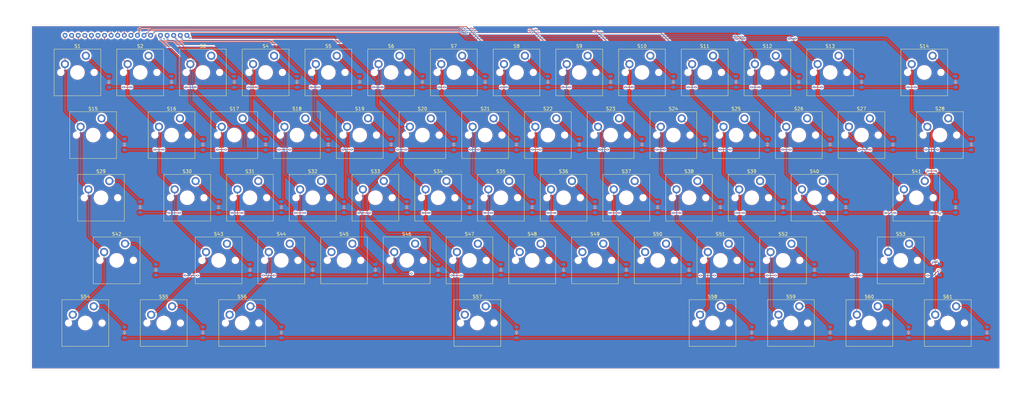
<source format=kicad_pcb>
(kicad_pcb (version 20240108) (generator "pcbnew") (generator_version "8.0")
  (layers (0 "F.Cu" signal) (31 "B.Cu" signal) (34 "B.Paste" user) (35 "F.Paste" user) (36 "B.SilkS" user "B.Silkscreen") (37 "F.SilkS" user "F.Silkscreen") (38 "B.Mask" user) (39 "F.Mask" user) (44 "Edge.Cuts" user))
  (net 0 "")
  (net 1 "Row 0")
  (net 2 "Net-(D1-A)")
  (net 3 "Net-(D2-A)")
  (net 4 "Net-(D3-A)")
  (net 5 "Net-(D4-A)")
  (net 6 "Net-(D5-A)")
  (net 7 "Net-(D6-A)")
  (net 8 "Net-(D7-A)")
  (net 9 "Net-(D8-A)")
  (net 10 "Net-(D9-A)")
  (net 11 "Net-(D10-A)")
  (net 12 "Net-(D11-A)")
  (net 13 "Net-(D12-A)")
  (net 14 "Net-(D13-A)")
  (net 15 "Net-(D14-A)")
  (net 16 "Row 1")
  (net 17 "Net-(D15-A)")
  (net 18 "Net-(D16-A)")
  (net 19 "Net-(D17-A)")
  (net 20 "Net-(D18-A)")
  (net 21 "Net-(D19-A)")
  (net 22 "Net-(D20-A)")
  (net 23 "Net-(D21-A)")
  (net 24 "Net-(D22-A)")
  (net 25 "Net-(D23-A)")
  (net 26 "Net-(D24-A)")
  (net 27 "Net-(D25-A)")
  (net 28 "Net-(D26-A)")
  (net 29 "Net-(D27-A)")
  (net 30 "Net-(D28-A)")
  (net 31 "Net-(D29-A)")
  (net 32 "Row 2")
  (net 33 "Net-(D30-A)")
  (net 34 "Net-(D31-A)")
  (net 35 "Net-(D32-A)")
  (net 36 "Net-(D33-A)")
  (net 37 "Net-(D34-A)")
  (net 38 "Net-(D35-A)")
  (net 39 "Net-(D36-A)")
  (net 40 "Net-(D37-A)")
  (net 41 "Net-(D38-A)")
  (net 42 "Net-(D39-A)")
  (net 43 "Net-(D40-A)")
  (net 44 "Net-(D41-A)")
  (net 45 "Net-(D42-A)")
  (net 46 "Row 3")
  (net 47 "Net-(D43-A)")
  (net 48 "Net-(D44-A)")
  (net 49 "Net-(D45-A)")
  (net 50 "Net-(D46-A)")
  (net 51 "Net-(D47-A)")
  (net 52 "Net-(D48-A)")
  (net 53 "Net-(D49-A)")
  (net 54 "Net-(D50-A)")
  (net 55 "Net-(D51-A)")
  (net 56 "Net-(D52-A)")
  (net 57 "Net-(D53-A)")
  (net 58 "Net-(D54-A)")
  (net 59 "Row 4")
  (net 60 "Net-(D55-A)")
  (net 61 "Net-(D56-A)")
  (net 62 "Net-(D57-A)")
  (net 63 "Net-(D58-A)")
  (net 64 "Net-(D59-A)")
  (net 65 "Net-(D60-A)")
  (net 66 "Net-(D61-A)")
  (net 67 "Column 0")
  (net 68 "Column 1")
  (net 69 "Column 2")
  (net 70 "Column 3")
  (net 71 "Column 4")
  (net 72 "Column 5")
  (net 73 "Column 6")
  (net 74 "Column 7")
  (net 75 "Column 8")
  (net 76 "Column 9")
  (net 77 "Column 10")
  (net 78 "Column 11")
  (net 79 "Column 12")
  (net 80 "Column 13")
  (footprint "ScottoKeebs_MX:MX_PCB_1.00u" (layer "F.Cu") (at 209.55 76.2)
    (property "Reference" "S37")
    (property "Value" "Keyswitch")
  )
  (footprint "ScottoKeebs_MX:MX_PCB_1.00u" (layer "F.Cu") (at 266.7 76.2)
    (property "Reference" "S40")
    (property "Value" "Keyswitch")
  )
  (footprint "ScottoKeebs_Scotto:TestPoint" (layer "F.Cu") (at 39.0875 26.825)
    (property "Reference" "H1" (hide yes))
    (property "Value" "MountingHole_Pad" (hide yes))
  )
  (footprint "ScottoKeebs_MX:MX_PCB_1.00u" (layer "F.Cu") (at 119.0625 38.1)
    (property "Reference" "S5")
    (property "Value" "Keyswitch")
  )
  (footprint "ScottoKeebs_MX:MX_PCB_1.00u" (layer "F.Cu") (at 185.7375 57.15)
    (property "Reference" "S22")
    (property "Value" "Keyswitch")
  )
  (footprint "ScottoKeebs_MX:MX_PCB_1.25u" (layer "F.Cu") (at 283.36875 114.3)
    (property "Reference" "S60")
    (property "Value" "Keyswitch")
  )
  (footprint "ScottoKeebs_MX:MX_PCB_1.00u" (layer "F.Cu") (at 261.9375 57.15)
    (property "Reference" "S26")
    (property "Value" "Keyswitch")
  )
  (footprint "ScottoKeebs_MX:MX_PCB_2.75u" (layer "F.Cu") (at 292.89375 95.25)
    (property "Reference" "S53")
    (property "Value" "Keyswitch")
  )
  (footprint "ScottoKeebs_MX:MX_PCB_1.00u" (layer "F.Cu") (at 42.8625 38.1)
    (property "Reference" "S1")
    (property "Value" "Keyswitch")
  )
  (footprint "ScottoKeebs_Scotto:TestPoint" (layer "F.Cu") (at 74.0875 26.825)
    (property "Reference" "H18" (hide yes))
    (property "Value" "MountingHole_Pad" (hide yes))
  )
  (footprint "ScottoKeebs_Scotto:TestPoint" (layer "F.Cu") (at 61.0875 26.825)
    (property "Reference" "H12" (hide yes))
    (property "Value" "MountingHole_Pad" (hide yes))
  )
  (footprint "ScottoKeebs_MX:MX_PCB_1.50u" (layer "F.Cu") (at 47.625 57.15)
    (property "Reference" "S15")
    (property "Value" "Keyswitch")
  )
  (footprint "ScottoKeebs_MX:MX_PCB_1.00u" (layer "F.Cu") (at 109.5375 57.15)
    (property "Reference" "S18")
    (property "Value" "Keyswitch")
  )
  (footprint "ScottoKeebs_MX:MX_PCB_1.00u" (layer "F.Cu") (at 204.7875 57.15)
    (property "Reference" "S23")
    (property "Value" "Keyswitch")
  )
  (footprint "ScottoKeebs_MX:MX_PCB_1.00u" (layer "F.Cu") (at 61.9125 38.1)
    (property "Reference" "S2")
    (property "Value" "Keyswitch")
  )
  (footprint "ScottoKeebs_MX:MX_PCB_1.00u" (layer "F.Cu") (at 80.9625 38.1)
    (property "Reference" "S3")
    (property "Value" "Keyswitch")
  )
  (footprint "ScottoKeebs_Scotto:TestPoint" (layer "F.Cu") (at 68.0875 26.825)
    (property "Reference" "H15" (hide yes))
    (property "Value" "MountingHole_Pad" (hide yes))
  )
  (footprint "ScottoKeebs_MX:MX_PCB_1.00u" (layer "F.Cu") (at 142.875 95.25)
    (property "Reference" "S46")
    (property "Value" "Keyswitch")
  )
  (footprint "ScottoKeebs_MX:MX_PCB_1.00u" (layer "F.Cu") (at 223.8375 57.15)
    (property "Reference" "S24")
    (property "Value" "Keyswitch")
  )
  (footprint "ScottoKeebs_Scotto:TestPoint" (layer "F.Cu") (at 76.0875 26.825)
    (property "Reference" "H19" (hide yes))
    (property "Value" "MountingHole_Pad" (hide yes))
  )
  (footprint "ScottoKeebs_MX:MX_PCB_1.00u" (layer "F.Cu") (at 214.3125 38.1)
    (property "Reference" "S10")
    (property "Value" "Keyswitch")
  )
  (footprint "ScottoKeebs_MX:MX_PCB_1.00u" (layer "F.Cu") (at 128.5875 57.15)
    (property "Reference" "S19")
    (property "Value" "Keyswitch")
  )
  (footprint "ScottoKeebs_Scotto:TestPoint" (layer "F.Cu") (at 63.0875 26.825)
    (property "Reference" "H13" (hide yes))
    (property "Value" "MountingHole_Pad" (hide yes))
  )
  (footprint "ScottoKeebs_Scotto:TestPoint" (layer "F.Cu") (at 65.0875 26.825)
    (property "Reference" "H14" (hide yes))
    (property "Value" "MountingHole_Pad" (hide yes))
  )
  (footprint "ScottoKeebs_Scotto:TestPoint" (layer "F.Cu") (at 51.0875 26.825)
    (property "Reference" "H7" (hide yes))
    (property "Value" "MountingHole_Pad" (hide yes))
  )
  (footprint "ScottoKeebs_MX:MX_PCB_1.00u" (layer "F.Cu") (at 95.25 76.2)
    (property "Reference" "S31")
    (property "Value" "Keyswitch")
  )
  (footprint "ScottoKeebs_MX:MX_PCB_1.75u" (layer "F.Cu") (at 50.00625 76.2)
    (property "Reference" "S29")
    (property "Value" "Keyswitch")
  )
  (footprint "ScottoKeebs_MX:MX_PCB_1.00u" (layer "F.Cu") (at 114.3 76.2)
    (property "Reference" "S32")
    (property "Value" "Keyswitch")
  )
  (footprint "ScottoKeebs_MX:MX_PCB_1.00u" (layer "F.Cu") (at 71.4375 57.15)
    (property "Reference" "S16")
    (property "Value" "Keyswitch")
  )
  (footprint "ScottoKeebs_MX:MX_PCB_1.00u" (layer "F.Cu") (at 147.6375 57.15)
    (property "Reference" "S20")
    (property "Value" "Keyswitch")
  )
  (footprint "ScottoKeebs_Scotto:TestPoint" (layer "F.Cu") (at 55.0875 26.825)
    (property "Reference" "H9" (hide yes))
    (property "Value" "MountingHole_Pad" (hide yes))
  )
  (footprint "ScottoKeebs_MX:MX_PCB_1.00u" (layer "F.Cu") (at 171.45 76.2)
    (property "Reference" "S35")
    (property "Value" "Keyswitch")
  )
  (footprint "ScottoKeebs_MX:MX_PCB_1.00u" (layer "F.Cu") (at 257.175 95.25)
    (property "Reference" "S52")
    (property "Value" "Keyswitch")
  )
  (footprint "ScottoKeebs_MX:MX_PCB_1.00u" (layer "F.Cu") (at 180.975 95.25)
    (property "Reference" "S48")
    (property "Value" "Keyswitch")
  )
  (footprint "ScottoKeebs_Scotto:TestPoint" (layer "F.Cu") (at 72.0875 26.825)
    (property "Reference" "H17" (hide yes))
    (property "Value" "MountingHole_Pad" (hide yes))
  )
  (footprint "ScottoKeebs_MX:MX_PCB_1.00u" (layer "F.Cu") (at 219.075 95.25)
    (property "Reference" "S50")
    (property "Value" "Keyswitch")
  )
  (footprint "ScottoKeebs_MX:MX_PCB_1.00u" (layer "F.Cu") (at 247.65 76.2)
    (property "Reference" "S39")
    (property "Value" "Keyswitch")
  )
  (footprint "ScottoKeebs_Scotto:TestPoint" (layer "F.Cu") (at 43.0875 26.825)
    (property "Reference" "H3" (hide yes))
    (property "Value" "MountingHole_Pad" (hide yes))
  )
  (footprint "ScottoKeebs_MX:MX_PCB_1.00u" (layer "F.Cu") (at 166.6875 57.15)
    (property "Reference" "S21")
    (property "Value" "Keyswitch")
  )
  (footprint "ScottoKeebs_MX:MX_PCB_1.00u" (layer "F.Cu") (at 233.3625 38.1)
    (property "Reference" "S11")
    (property "Value" "Keyswitch")
  )
  (footprint "ScottoKeebs_MX:MX_PCB_1.00u" (layer "F.Cu") (at 228.6 76.2)
    (property "Reference" "S38")
    (property "Value" "Keyswitch")
  )
  (footprint "ScottoKeebs_MX:MX_PCB_1.00u" (layer "F.Cu") (at 76.2 76.2)
    (property "Reference" "S30")
    (property "Value" "Keyswitch")
  )
  (footprint "ScottoKeebs_MX:MX_PCB_2.25u" (layer "F.Cu") (at 54.76875 95.25)
    (property "Reference" "S42")
    (property "Value" "Keyswitch")
  )
  (footprint "ScottoKeebs_MX:MX_PCB_1.00u" (layer "F.Cu") (at 123.825 95.25)
    (property "Reference" "S45")
    (property "Value" "Keyswitch")
  )
  (footprint "ScottoKeebs_MX:MX_PCB_1.00u" (layer "F.Cu") (at 190.5 76.2)
    (property "Reference" "S36")
    (property "Value" "Keyswitch")
  )
  (footprint "ScottoKeebs_MX:MX_PCB_1.00u" (layer "F.Cu") (at 138.1125 38.1)
    (property "Reference" "S6")
    (property "Value" "Keyswitch")
  )
  (footprint "ScottoKeebs_MX:MX_PCB_1.25u" (layer "F.Cu") (at 69.05625 114.3)
    (property "Reference" "S55")
    (property "Value" "Keyswitch")
  )
  (footprint "ScottoKeebs_Scotto:TestPoint" (layer "F.Cu") (at 47.0875 26.825)
    (property "Reference" "H5" (hide yes))
    (property "Value" "MountingHole_Pad" (hide yes))
  )
  (footprint "ScottoKeebs_MX:MX_PCB_2.00u" (layer "F.Cu") (at 300.0375 38.1)
    (property "Reference" "S14")
    (property "Value" "Keyswitch")
  )
  (footprint "ScottoKeebs_MX:MX_PCB_1.00u" (layer "F.Cu") (at 133.35 76.2)
    (property "Reference" "S33")
    (property "Value" "Keyswitch")
  )
  (footprint "ScottoKeebs_MX:MX_PCB_1.00u" (layer "F.Cu") (at 176.2125 38.1)
    (property "Reference" "S8")
    (property "Value" "Keyswitch")
  )
  (footprint "ScottoKeebs_MX:MX_PCB_6.25u" (layer "F.Cu") (at 164.30625 114.3)
    (property "Reference" "S57")
    (property "Value" "Keyswitch")
  )
  (footprint "ScottoKeebs_MX:MX_PCB_1.00u" (layer "F.Cu") (at 238.125 95.25)
    (property "Reference" "S51")
    (property "Value" "Keyswitch")
  )
  (footprint "ScottoKeebs_MX:MX_PCB_1.00u" (layer "F.Cu") (at 152.4 76.2)
    (property "Reference" "S34")
    (property "Value" "Keyswitch")
  )
  (footprint "ScottoKeebs_MX:MX_PCB_1.25u" (layer "F.Cu") (at 92.86875 114.3)
    (property "Reference" "S56")
    (property "Value" "Keyswitch")
  )
  (footprint "ScottoKeebs_MX:MX_PCB_1.00u" (layer "F.Cu") (at 104.775 95.25)
    (property "Reference" "S44")
    (property "Value" "Keyswitch")
  )
  (footprint "ScottoKeebs_Scotto:TestPoint" (layer "F.Cu") (at 49.0875 26.825)
    (property "Reference" "H6" (hide yes))
    (property "Value" "MountingHole_Pad" (hide yes))
  )
  (footprint "ScottoKeebs_MX:MX_PCB_1.00u" (layer "F.Cu") (at 271.4625 38.1)
    (property "Reference" "S13")
    (property "Value" "Keyswitch")
  )
  (footprint "ScottoKeebs_Scotto:TestPoint" (layer "F.Cu") (at 41.0875 26.825)
    (property "Reference" "H2" (hide yes))
    (property "Value" "MountingHole_Pad" (hide yes))
  )
  (footprint "ScottoKeebs_Scotto:TestPoint" (layer "F.Cu") (at 59.0875 26.825)
    (property "Reference" "H11" (hide yes))
    (property "Value" "MountingHole_Pad" (hide yes))
  )
  (footprint "ScottoKeebs_MX:MX_PCB_1.50u" (layer "F.Cu") (at 304.8 57.15)
    (property "Reference" "S28")
    (property "Value" "Keyswitch")
  )
  (footprint "ScottoKeebs_MX:MX_PCB_1.25u" (layer "F.Cu") (at 235.74375 114.3)
    (property "Reference" "S58")
    (property "Value" "Keyswitch")
  )
  (footprint "ScottoKeebs_MX:MX_PCB_1.25u" (layer "F.Cu") (at 45.24375 114.3)
    (property "Reference" "S54")
    (property "Value" "Keyswitch")
  )
  (footprint "ScottoKeebs_MX:MX_PCB_1.00u" (layer "F.Cu") (at 252.4125 38.1)
    (property "Reference" "S12")
    (property "Value" "Keyswitch")
  )
  (footprint "ScottoKeebs_Scotto:TestPoint" (layer "F.Cu") (at 53.0875 26.825)
    (property "Reference" "H8" (hide yes))
    (property "Value" "MountingHole_Pad" (hide yes))
  )
  (footprint "ScottoKeebs_MX:MX_PCB_1.00u" (layer "F.Cu") (at 157.1625 38.1)
    (property "Reference" "S7")
    (property "Value" "Keyswitch")
  )
  (footprint "ScottoKeebs_Scotto:TestPoint" (layer "F.Cu") (at 45.0875 26.825)
    (property "Reference" "H4" (hide yes))
    (property "Value" "MountingHole_Pad" (hide yes))
  )
  (footprint "ScottoKeebs_MX:MX_PCB_1.00u" (layer "F.Cu") (at 200.025 95.25)
    (property "Reference" "S49")
    (property "Value" "Keyswitch")
  )
  (footprint "ScottoKeebs_MX:MX_PCB_1.00u" (layer "F.Cu") (at 195.2625 38.1)
    (property "Reference" "S9")
    (property "Value" "Keyswitch")
  )
  (footprint "ScottoKeebs_MX:MX_PCB_1.00u" (layer "F.Cu") (at 85.725 95.25)
    (property "Reference" "S43")
    (property "Value" "Keyswitch")
  )
  (footprint "ScottoKeebs_MX:MX_PCB_1.25u" (layer "F.Cu") (at 259.55625 114.3)
    (property "Reference" "S59")
    (property "Value" "Keyswitch")
  )
  (footprint "ScottoKeebs_MX:MX_PCB_1.00u" (layer "F.Cu") (at 90.4875 57.15)
    (property "Reference" "S17")
    (property "Value" "Keyswitch")
  )
  (footprint "ScottoKeebs_MX:MX_PCB_1.00u" (layer "F.Cu") (at 100.0125 38.1)
    (property "Reference" "S4")
    (property "Value" "Keyswitch")
  )
  (footprint "ScottoKeebs_MX:MX_PCB_1.00u" (layer "F.Cu") (at 280.9875 57.15)
    (property "Reference" "S27")
    (property "Value" "Keyswitch")
  )
  (footprint "ScottoKeebs_MX:MX_PCB_1.00u" (layer "F.Cu") (at 242.8875 57.15)
    (property "Reference" "S25")
    (property "Value" "Keyswitch")
  )
  (footprint "ScottoKeebs_Scotto:TestPoint" (layer "F.Cu") (at 57.0875 26.825)
    (property "Reference" "H10" (hide yes))
    (property "Value" "MountingHole_Pad" (hide yes))
  )
  (footprint "ScottoKeebs_MX:MX_PCB_1.00u" (layer "F.Cu") (at 161.925 95.25)
    (property "Reference" "S47")
    (property "Value" "Keyswitch")
  )
  (footprint "ScottoKeebs_MX:MX_PCB_2.25u" (layer "F.Cu") (at 297.65625 76.2)
    (property "Reference" "S41")
    (property "Value" "Keyswitch")
  )
  (footprint "ScottoKeebs_MX:MX_PCB_1.25u" (layer "F.Cu") (at 307.18125 114.3)
    (property "Reference" "S61")
    (property "Value" "Keyswitch")
  )
  (footprint "ScottoKeebs_Scotto:TestPoint" (layer "F.Cu") (at 70.0875 26.825)
    (property "Reference" "H16" (hide yes))
    (property "Value" "MountingHole_Pad" (hide yes))
  )
  (footprint "ScottoKeebs_Components:Diode_SOD-123" (layer "B.Cu") (at 176.2125 117.1575 90)
    (property "Reference" "D57" (hide yes))
    (property "Value" "Diode")
  )
  (footprint "ScottoKeebs_Components:Diode_SOD-123" (layer "B.Cu") (at 161.925 79.0575 90)
    (property "Reference" "D34" (hide yes))
    (property "Value" "Diode")
  )
  (footprint "ScottoKeebs_Components:Diode_SOD-123" (layer "B.Cu") (at 314.325 60.0075 90)
    (property "Reference" "D28" (hide yes))
    (property "Value" "Diode")
  )
  (footprint "ScottoKeebs_Components:Diode_SOD-123" (layer "B.Cu") (at 104.775 79.0575 90)
    (property "Reference" "D31" (hide yes))
    (property "Value" "Diode")
  )
  (footprint "ScottoKeebs_Components:Diode_SOD-123" (layer "B.Cu") (at 123.825 79.0575 90)
    (property "Reference" "D32" (hide yes))
    (property "Value" "Diode")
  )
  (footprint "ScottoKeebs_Components:Diode_SOD-123" (layer "B.Cu") (at 61.9125 79.0575 90)
    (property "Reference" "D29" (hide yes))
    (property "Value" "Diode")
  )
  (footprint "ScottoKeebs_Components:Diode_SOD-123" (layer "B.Cu") (at 128.5875 40.9575 90)
    (property "Reference" "D5" (hide yes))
    (property "Value" "Diode")
  )
  (footprint "ScottoKeebs_Components:Diode_SOD-123" (layer "B.Cu") (at 280.9875 40.9575 90)
    (property "Reference" "D13" (hide yes))
    (property "Value" "Diode")
  )
  (footprint "ScottoKeebs_Components:Diode_SOD-123" (layer "B.Cu") (at 271.4625 117.1575 90)
    (property "Reference" "D59" (hide yes))
    (property "Value" "Diode")
  )
  (footprint "ScottoKeebs_Components:Diode_SOD-123" (layer "B.Cu") (at 295.275 117.1575 90)
    (property "Reference" "D60" (hide yes))
    (property "Value" "Diode")
  )
  (footprint "ScottoKeebs_Components:Diode_SOD-123" (layer "B.Cu") (at 223.8375 40.9575 90)
    (property "Reference" "D10" (hide yes))
    (property "Value" "Diode")
  )
  (footprint "ScottoKeebs_Components:Diode_SOD-123" (layer "B.Cu") (at 176.2125 60.0075 90)
    (property "Reference" "D21" (hide yes))
    (property "Value" "Diode")
  )
  (footprint "ScottoKeebs_Components:Diode_SOD-123" (layer "B.Cu") (at 52.3875 40.9575 90)
    (property "Reference" "D1" (hide yes))
    (property "Value" "Diode")
  )
  (footprint "ScottoKeebs_Components:Diode_SOD-123" (layer "B.Cu") (at 57.15 117.1575 90)
    (property "Reference" "D54" (hide yes))
    (property "Value" "Diode")
  )
  (footprint "ScottoKeebs_Components:Diode_SOD-123" (layer "B.Cu") (at 276.225 79.0575 90)
    (property "Reference" "D40" (hide yes))
    (property "Value" "Diode")
  )
  (footprint "ScottoKeebs_Components:Diode_SOD-123" (layer "B.Cu") (at 90.4875 40.9575 90)
    (property "Reference" "D3" (hide yes))
    (property "Value" "Diode")
  )
  (footprint "ScottoKeebs_Components:Diode_SOD-123" (layer "B.Cu") (at 147.6375 40.9575 90)
    (property "Reference" "D6" (hide yes))
    (property "Value" "Diode")
  )
  (footprint "ScottoKeebs_Components:Diode_SOD-123" (layer "B.Cu") (at 238.125 79.0575 90)
    (property "Reference" "D38" (hide yes))
    (property "Value" "Diode")
  )
  (footprint "ScottoKeebs_Components:Diode_SOD-123" (layer "B.Cu") (at 152.4 98.1075 90)
    (property "Reference" "D46" (hide yes))
    (property "Value" "Diode")
  )
  (footprint "ScottoKeebs_Components:Diode_SOD-123" (layer "B.Cu") (at 138.1125 60.0075 90)
    (property "Reference" "D19" (hide yes))
    (property "Value" "Diode")
  )
  (footprint "ScottoKeebs_Components:Diode_SOD-123" (layer "B.Cu") (at 309.5625 40.9575 90)
    (property "Reference" "D14" (hide yes))
    (property "Value" "Diode")
  )
  (footprint "ScottoKeebs_Components:Diode_SOD-123" (layer "B.Cu") (at 80.9625 117.1575 90)
    (property "Reference" "D55" (hide yes))
    (property "Value" "Diode")
  )
  (footprint "ScottoKeebs_Components:Diode_SOD-123" (layer "B.Cu") (at 247.65 98.1075 90)
    (property "Reference" "D51" (hide yes))
    (property "Value" "Diode")
  )
  (footprint "ScottoKeebs_Components:Diode_SOD-123" (layer "B.Cu") (at 233.3625 60.0075 90)
    (property "Reference" "D24" (hide yes))
    (property "Value" "Diode")
  )
  (footprint "ScottoKeebs_Components:Diode_SOD-123" (layer "B.Cu") (at 85.725 79.0575 90)
    (property "Reference" "D30" (hide yes))
    (property "Value" "Diode")
  )
  (footprint "ScottoKeebs_Components:Diode_SOD-123" (layer "B.Cu") (at 190.5 98.1075 90)
    (property "Reference" "D48" (hide yes))
    (property "Value" "Diode")
  )
  (footprint "ScottoKeebs_Components:Diode_SOD-123" (layer "B.Cu") (at 100.0125 60.0075 90)
    (property "Reference" "D17" (hide yes))
    (property "Value" "Diode")
  )
  (footprint "ScottoKeebs_Components:Diode_SOD-123" (layer "B.Cu") (at 309.5625 79.0575 90)
    (property "Reference" "D41" (hide yes))
    (property "Value" "Diode")
  )
  (footprint "ScottoKeebs_Components:Diode_SOD-123" (layer "B.Cu") (at 204.7875 40.9575 90)
    (property "Reference" "D9" (hide yes))
    (property "Value" "Diode")
  )
  (footprint "ScottoKeebs_Components:Diode_SOD-123" (layer "B.Cu") (at 214.3125 60.0075 90)
    (property "Reference" "D23" (hide yes))
    (property "Value" "Diode")
  )
  (footprint "ScottoKeebs_Components:Diode_SOD-123" (layer "B.Cu") (at 66.675 98.1075 90)
    (property "Reference" "D42" (hide yes))
    (property "Value" "Diode")
  )
  (footprint "ScottoKeebs_Components:Diode_SOD-123" (layer "B.Cu") (at 104.775 117.1575 90)
    (property "Reference" "D56" (hide yes))
    (property "Value" "Diode")
  )
  (footprint "ScottoKeebs_Components:Diode_SOD-123" (layer "B.Cu") (at 266.7 98.1075 90)
    (property "Reference" "D52" (hide yes))
    (property "Value" "Diode")
  )
  (footprint "ScottoKeebs_Components:Diode_SOD-123" (layer "B.Cu") (at 180.975 79.0575 90)
    (property "Reference" "D35" (hide yes))
    (property "Value" "Diode")
  )
  (footprint "ScottoKeebs_Components:Diode_SOD-123" (layer "B.Cu") (at 252.4125 60.0075 90)
    (property "Reference" "D25" (hide yes))
    (property "Value" "Diode")
  )
  (footprint "ScottoKeebs_Components:Diode_SOD-123" (layer "B.Cu") (at 290.5125 60.0075 90)
    (property "Reference" "D27" (hide yes))
    (property "Value" "Diode")
  )
  (footprint "ScottoKeebs_Components:Diode_SOD-123" (layer "B.Cu") (at 209.55 98.1075 90)
    (property "Reference" "D49" (hide yes))
    (property "Value" "Diode")
  )
  (footprint "ScottoKeebs_Components:Diode_SOD-123" (layer "B.Cu") (at 242.8875 40.9575 90)
    (property "Reference" "D11" (hide yes))
    (property "Value" "Diode")
  )
  (footprint "ScottoKeebs_Components:Diode_SOD-123" (layer "B.Cu") (at 142.875 79.0575 90)
    (property "Reference" "D33" (hide yes))
    (property "Value" "Diode")
  )
  (footprint "ScottoKeebs_Components:Diode_SOD-123" (layer "B.Cu") (at 200.025 79.0575 90)
    (property "Reference" "D36" (hide yes))
    (property "Value" "Diode")
  )
  (footprint "ScottoKeebs_Components:Diode_SOD-123" (layer "B.Cu") (at 114.3 98.1075 90)
    (property "Reference" "D44" (hide yes))
    (property "Value" "Diode")
  )
  (footprint "ScottoKeebs_Components:Diode_SOD-123" (layer "B.Cu") (at 247.65 117.1575 90)
    (property "Reference" "D58" (hide yes))
    (property "Value" "Diode")
  )
  (footprint "ScottoKeebs_Components:Diode_SOD-123" (layer "B.Cu") (at 319.0875 117.1575 90)
    (property "Reference" "D61" (hide yes))
    (property "Value" "Diode")
  )
  (footprint "ScottoKeebs_Components:Diode_SOD-123" (layer "B.Cu") (at 228.6 98.1075 90)
    (property "Reference" "D50" (hide yes))
    (property "Value" "Diode")
  )
  (footprint "ScottoKeebs_Components:Diode_SOD-123" (layer "B.Cu") (at 119.0625 60.0075 90)
    (property "Reference" "D18" (hide yes))
    (property "Value" "Diode")
  )
  (footprint "ScottoKeebs_Components:Diode_SOD-123" (layer "B.Cu") (at 71.4375 40.9575 90)
    (property "Reference" "D2" (hide yes))
    (property "Value" "Diode")
  )
  (footprint "ScottoKeebs_Components:Diode_SOD-123" (layer "B.Cu") (at 271.4625 60.0075 90)
    (property "Reference" "D26" (hide yes))
    (property "Value" "Diode")
  )
  (footprint "ScottoKeebs_Components:Diode_SOD-123" (layer "B.Cu") (at 95.25 98.1075 90)
    (property "Reference" "D43" (hide yes))
    (property "Value" "Diode")
  )
  (footprint "ScottoKeebs_Components:Diode_SOD-123" (layer "B.Cu") (at 80.9625 60.0075 90)
    (property "Reference" "D16" (hide yes))
    (property "Value" "Diode")
  )
  (footprint "ScottoKeebs_Components:Diode_SOD-123" (layer "B.Cu") (at 57.15 60.0075 90)
    (property "Reference" "D15" (hide yes))
    (property "Value" "Diode")
  )
  (footprint "ScottoKeebs_Components:Diode_SOD-123" (layer "B.Cu") (at 157.1625 60.0075 90)
    (property "Reference" "D20" (hide yes))
    (property "Value" "Diode")
  )
  (footprint "ScottoKeebs_Components:Diode_SOD-123" (layer "B.Cu") (at 195.2625 60.0075 90)
    (property "Reference" "D22" (hide yes))
    (property "Value" "Diode")
  )
  (footprint "ScottoKeebs_Components:Diode_SOD-123" (layer "B.Cu") (at 257.175 79.0575 90)
    (property "Reference" "D39" (hide yes))
    (property "Value" "Diode")
  )
  (footprint "ScottoKeebs_Components:Diode_SOD-123" (layer "B.Cu") (at 304.8 98.1075 90)
    (property "Reference" "D53" (hide yes))
    (property "Value" "Diode")
  )
  (footprint "ScottoKeebs_Components:Diode_SOD-123" (layer "B.Cu") (at 261.9375 40.9575 90)
    (property "Reference" "D12" (hide yes))
    (property "Value" "Diode")
  )
  (footprint "ScottoKeebs_Components:Diode_SOD-123" (layer "B.Cu") (at 166.6875 40.9575 90)
    (property "Reference" "D7" (hide yes))
    (property "Value" "Diode")
  )
  (footprint "ScottoKeebs_Components:Diode_SOD-123" (layer "B.Cu") (at 133.35 98.1075 90)
    (property "Reference" "D45" (hide yes))
    (property "Value" "Diode")
  )
  (footprint "ScottoKeebs_Components:Diode_SOD-123" (layer "B.Cu") (at 171.45 98.1075 90)
    (property "Reference" "D47" (hide yes))
    (property "Value" "Diode")
  )
  (footprint "ScottoKeebs_Components:Diode_SOD-123" (layer "B.Cu") (at 219.075 79.0575 90)
    (property "Reference" "D37" (hide yes))
    (property "Value" "Diode")
  )
  (footprint "ScottoKeebs_Components:Diode_SOD-123" (layer "B.Cu") (at 109.5375 40.9575 90)
    (property "Reference" "D4" (hide yes))
    (property "Value" "Diode")
  )
  (footprint "ScottoKeebs_Components:Diode_SOD-123" (layer "B.Cu") (at 185.7375 40.9575 90)
    (property "Reference" "D8" (hide yes))
    (property "Value" "Diode")
  )
  (gr_rect (start 28.5875 23.575) (end 323.3375 128.575) (stroke (width 0.05)) (fill none) (layer "Edge.Cuts"))
  (segment (start 75.8375 42.575) (end 78.5875 42.575) (width 0.2) (layer "F.Cu") (net 1))
  (segment (start 132.8375 42.575) (end 135.3375 42.575) (width 0.2) (layer "F.Cu") (net 1))
  (segment (start 56.8375 42.575) (end 59.0875 42.575) (width 0.2) (layer "F.Cu") (net 1))
  (segment (start 266.5875 42.575) (end 268.8375 42.575) (width 0.2) (layer "F.Cu") (net 1))
  (segment (start 152.7525 42.575) (end 154.3375 42.575) (width 0.2) (layer "F.Cu") (net 1))
  (segment (start 190.3375 42.575) (end 192.3375 42.575) (width 0.2) (layer "F.Cu") (net 1))
  (segment (start 228.3375 42.575) (end 230.5875 42.575) (width 0.2) (layer "F.Cu") (net 1))
  (segment (start 295.0875 42.575) (end 297.3375 42.575) (width 0.2) (layer "F.Cu") (net 1))
  (segment (start 68.0875 26.825) (end 68.0875 27.875) (width 0.2) (layer "F.Cu") (net 1))
  (segment (start 209.3375 42.575) (end 211.3375 42.575) (width 0.2) (layer "F.Cu") (net 1))
  (segment (start 94.8375 42.575) (end 97.0875 42.575) (width 0.2) (layer "F.Cu") (net 1))
  (segment (start 171.5875 42.575) (end 173.0875 42.575) (width 0.2) (layer "F.Cu") (net 1))
  (segment (start 247.5875 42.575) (end 249.8375 42.575) (width 0.2) (layer "F.Cu") (net 1))
  (segment (start 113.8375 42.575) (end 116.0875 42.575) (width 0.2) (layer "F.Cu") (net 1))
  (via (at 211.3375 42.575) (size 0.6) (drill 0.3) (layers "F.Cu" "B.Cu") (net 1))
  (via (at 56.8375 42.575) (size 0.6) (drill 0.3) (layers "F.Cu" "B.Cu") (net 1))
  (via (at 171.5875 42.575) (size 0.6) (drill 0.3) (layers "F.Cu" "B.Cu") (net 1))
  (via (at 268.8375 42.575) (size 0.6) (drill 0.3) (layers "F.Cu" "B.Cu") (net 1))
  (via (at 295.0875 42.575) (size 0.6) (drill 0.3) (layers "F.Cu" "B.Cu") (net 1))
  (via (at 247.5875 42.575) (size 0.6) (drill 0.3) (layers "F.Cu" "B.Cu") (net 1))
  (via (at 190.3375 42.575) (size 0.6) (drill 0.3) (layers "F.Cu" "B.Cu") (net 1))
  (via (at 228.3375 42.575) (size 0.6) (drill 0.3) (layers "F.Cu" "B.Cu") (net 1))
  (via (at 154.3375 42.575) (size 0.6) (drill 0.3) (layers "F.Cu" "B.Cu") (net 1))
  (via (at 78.5875 42.575) (size 0.6) (drill 0.3) (layers "F.Cu" "B.Cu") (net 1))
  (via (at 97.0875 42.575) (size 0.6) (drill 0.3) (layers "F.Cu" "B.Cu") (net 1))
  (via (at 209.3375 42.575) (size 0.6) (drill 0.3) (layers "F.Cu" "B.Cu") (net 1))
  (via (at 94.8375 42.575) (size 0.6) (drill 0.3) (layers "F.Cu" "B.Cu") (net 1))
  (via (at 113.8375 42.575) (size 0.6) (drill 0.3) (layers "F.Cu" "B.Cu") (net 1))
  (via (at 230.5875 42.575) (size 0.6) (drill 0.3) (layers "F.Cu" "B.Cu") (net 1))
  (via (at 173.0875 42.575) (size 0.6) (drill 0.3) (layers "F.Cu" "B.Cu") (net 1))
  (via (at 192.3375 42.575) (size 0.6) (drill 0.3) (layers "F.Cu" "B.Cu") (net 1))
  (via (at 152.7525 42.575) (size 0.6) (drill 0.3) (layers "F.Cu" "B.Cu") (net 1))
  (via (at 266.5875 42.575) (size 0.6) (drill 0.3) (layers "F.Cu" "B.Cu") (net 1))
  (via (at 297.3375 42.575) (size 0.6) (drill 0.3) (layers "F.Cu" "B.Cu") (net 1))
  (via (at 135.3375 42.575) (size 0.6) (drill 0.3) (layers "F.Cu" "B.Cu") (net 1))
  (via (at 59.0875 42.575) (size 0.6) (drill 0.3) (layers "F.Cu" "B.Cu") (net 1))
  (via (at 249.8375 42.575) (size 0.6) (drill 0.3) (layers "F.Cu" "B.Cu") (net 1))
  (via (at 75.8375 42.575) (size 0.6) (drill 0.3) (layers "F.Cu" "B.Cu") (net 1))
  (via (at 116.0875 42.575) (size 0.6) (drill 0.3) (layers "F.Cu" "B.Cu") (net 1))
  (via (at 68.0875 27.875) (size 0.6) (drill 0.3) (layers "F.Cu" "B.Cu") (net 1))
  (via (at 132.8375 42.575) (size 0.6) (drill 0.3) (layers "F.Cu" "B.Cu") (net 1))
  (segment (start 116.0875 42.575) (end 132.8375 42.575) (width 0.2) (layer "B.Cu") (net 1))
  (segment (start 154.3375 42.575) (end 154.37 42.6075) (width 0.2) (layer "B.Cu") (net 1))
  (segment (start 211.3375 42.575) (end 228.3375 42.575) (width 0.2) (layer "B.Cu") (net 1))
  (segment (start 297.3375 42.575) (end 298.3375 42.575) (width 0.2) (layer "B.Cu") (net 1))
  (segment (start 171.555 42.6075) (end 171.5875 42.575) (width 0.2) (layer "B.Cu") (net 1))
  (segment (start 59.8375 42.575) (end 59.87 42.6075) (width 0.2) (layer "B.Cu") (net 1))
  (segment (start 56.805 42.6075) (end 56.8375 42.575) (width 0.2) (layer "B.Cu") (net 1))
  (segment (start 73.5875 42.6075) (end 75.805 42.6075) (width 0.2) (layer "B.Cu") (net 1))
  (segment (start 166.6875 42.6075) (end 171.555 42.6075) (width 0.2) (layer "B.Cu") (net 1))
  (segment (start 59.87 42.6075) (end 71.4375 42.6075) (width 0.2) (layer "B.Cu") (net 1))
  (segment (start 68.0875 27.875) (end 73.5875 33.375) (width 0.2) (layer "B.Cu") (net 1))
  (segment (start 192.3375 42.575) (end 209.3375 42.575) (width 0.2) (layer "B.Cu") (net 1))
  (segment (start 249.8375 42.575) (end 266.5875 42.575) (width 0.2) (layer "B.Cu") (net 1))
  (segment (start 268.8375 42.575) (end 295.0875 42.575) (width 0.2) (layer "B.Cu") (net 1))
  (segment (start 298.3375 42.575) (end 298.37 42.6075) (width 0.2) (layer "B.Cu") (net 1))
  (segment (start 59.0875 42.575) (end 59.8375 42.575) (width 0.2) (layer "B.Cu") (net 1))
  (segment (start 73.5875 33.375) (end 73.5875 42.6075) (width 0.2) (layer "B.Cu") (net 1))
  (segment (start 135.3375 42.575) (end 152.7525 42.575) (width 0.2) (layer "B.Cu") (net 1))
  (segment (start 75.805 42.6075) (end 75.8375 42.575) (width 0.2) (layer "B.Cu") (net 1))
  (segment (start 52.3875 42.6075) (end 56.805 42.6075) (width 0.2) (layer "B.Cu") (net 1))
  (segment (start 298.37 42.6075) (end 309.5625 42.6075) (width 0.2) (layer "B.Cu") (net 1))
  (segment (start 230.5875 42.575) (end 247.5875 42.575) (width 0.2) (layer "B.Cu") (net 1))
  (segment (start 78.5875 42.575) (end 94.8375 42.575) (width 0.2) (layer "B.Cu") (net 1))
  (segment (start 154.37 42.6075) (end 166.6875 42.6075) (width 0.2) (layer "B.Cu") (net 1))
  (segment (start 173.0875 42.575) (end 190.3375 42.575) (width 0.2) (layer "B.Cu") (net 1))
  (segment (start 71.4375 42.6075) (end 73.5875 42.6075) (width 0.2) (layer "B.Cu") (net 1))
  (segment (start 97.0875 42.575) (end 113.8375 42.575) (width 0.2) (layer "B.Cu") (net 1))
  (segment (start 45.4025 33.02) (end 51.69 39.3075) (width 0.2) (layer "B.Cu") (net 2))
  (segment (start 51.69 39.3075) (end 52.3875 39.3075) (width 0.2) (layer "B.Cu") (net 2))
  (segment (start 70.74 39.3075) (end 71.4375 39.3075) (width 0.2) (layer "B.Cu") (net 3))
  (segment (start 64.4525 33.02) (end 70.74 39.3075) (width 0.2) (layer "B.Cu") (net 3))
  (segment (start 83.5025 33.02) (end 89.79 39.3075) (width 0.2) (layer "B.Cu") (net 4))
  (segment (start 89.79 39.3075) (end 90.4875 39.3075) (width 0.2) (layer "B.Cu") (net 4))
  (segment (start 102.5525 33.02) (end 108.84 39.3075) (width 0.2) (layer "B.Cu") (net 5))
  (segment (start 108.84 39.3075) (end 109.5375 39.3075) (width 0.2) (layer "B.Cu") (net 5))
  (segment (start 127.89 39.3075) (end 128.5875 39.3075) (width 0.2) (layer "B.Cu") (net 6))
  (segment (start 121.6025 33.02) (end 127.89 39.3075) (width 0.2) (layer "B.Cu") (net 6))
  (segment (start 140.6525 33.02) (end 146.94 39.3075) (width 0.2) (layer "B.Cu") (net 7))
  (segment (start 146.94 39.3075) (end 147.6375 39.3075) (width 0.2) (layer "B.Cu") (net 7))
  (segment (start 165.99 39.3075) (end 166.6875 39.3075) (width 0.2) (layer "B.Cu") (net 8))
  (segment (start 159.7025 33.02) (end 165.99 39.3075) (width 0.2) (layer "B.Cu") (net 8))
  (segment (start 178.7525 33.02) (end 185.04 39.3075) (width 0.2) (layer "B.Cu") (net 9))
  (segment (start 185.04 39.3075) (end 185.7375 39.3075) (width 0.2) (layer "B.Cu") (net 9))
  (segment (start 197.8025 33.02) (end 204.09 39.3075) (width 0.2) (layer "B.Cu") (net 10))
  (segment (start 204.09 39.3075) (end 204.7875 39.3075) (width 0.2) (layer "B.Cu") (net 10))
  (segment (start 223.14 39.3075) (end 223.8375 39.3075) (width 0.2) (layer "B.Cu") (net 11))
  (segment (start 216.8525 33.02) (end 223.14 39.3075) (width 0.2) (layer "B.Cu") (net 11))
  (segment (start 242.19 39.3075) (end 242.8875 39.3075) (width 0.2) (layer "B.Cu") (net 12))
  (segment (start 235.9025 33.02) (end 242.19 39.3075) (width 0.2) (layer "B.Cu") (net 12))
  (segment (start 261.24 39.3075) (end 261.9375 39.3075) (width 0.2) (layer "B.Cu") (net 13))
  (segment (start 254.9525 33.02) (end 261.24 39.3075) (width 0.2) (layer "B.Cu") (net 13))
  (segment (start 280.29 39.3075) (end 280.9875 39.3075) (width 0.2) (layer "B.Cu") (net 14))
  (segment (start 274.0025 33.02) (end 280.29 39.3075) (width 0.2) (layer "B.Cu") (net 14))
  (segment (start 302.5775 33.02) (end 308.865 39.3075) (width 0.2) (layer "B.Cu") (net 15))
  (segment (start 308.865 39.3075) (end 309.5625 39.3075) (width 0.2) (layer "B.Cu") (net 15))
  (segment (start 140.0875 61.575) (end 142.5875 61.575) (width 0.2) (layer "F.Cu") (net 16))
  (segment (start 201.5875 61.575) (end 203.8375 61.575) (width 0.2) (layer "F.Cu") (net 16))
  (segment (start 85.3375 61.575) (end 87.8375 61.575) (width 0.2) (layer "F.Cu") (net 16))
  (segment (start 162.2775 61.575) (end 164.5875 61.575) (width 0.2) (layer "F.Cu") (net 16))
  (segment (start 300.5875 61.575) (end 304.0875 61.575) (width 0.2) (layer "F.Cu") (net 16))
  (segment (start 181.0875 61.575) (end 183.3375 61.575) (width 0.2) (layer "F.Cu") (net 16))
  (segment (start 70.0875 26.825) (end 70.0875 27.75) (width 0.2) (layer "F.Cu") (net 16))
  (segment (start 218.8375 61.575) (end 221.0875 61.575) (width 0.2) (layer "F.Cu") (net 16))
  (segment (start 104.0875 61.575) (end 107.3375 61.575) (width 0.2) (layer "F.Cu") (net 16))
  (segment (start 66.3375 61.575) (end 68.8375 61.575) (width 0.2) (layer "F.Cu") (net 16))
  (segment (start 257.0875 61.575) (end 259.3375 61.575) (width 0.2) (layer "F.Cu") (net 16))
  (segment (start 280.3375 61.575) (end 283.5875 61.575) (width 0.2) (layer "F.Cu") (net 16))
  (segment (start 70.0875 27.75) (end 70.2125 27.875) (width 0.2) (layer "F.Cu") (net 16))
  (segment (start 123.5875 61.575) (end 126.0875 61.575) (width 0.2) (layer "F.Cu") (net 16))
  (segment (start 238.0875 61.575) (end 241.0875 61.575) (width 0.2) (layer "F.Cu") (net 16))
  (via (at 68.8375 61.575) (size 0.6) (drill 0.3) (layers "F.Cu" "B.Cu") (net 16))
  (via (at 126.0875 61.575) (size 0.6) (drill 0.3) (layers "F.Cu" "B.Cu") (net 16))
  (via (at 87.8375 61.575) (size 0.6) (drill 0.3) (layers "F.Cu" "B.Cu") (net 16))
  (via (at 104.0875 61.575) (size 0.6) (drill 0.3) (layers "F.Cu" "B.Cu") (net 16))
  (via (at 221.0875 61.575) (size 0.6) (drill 0.3) (layers "F.Cu" "B.Cu") (net 16))
  (via (at 85.3375 61.575) (size 0.6) (drill 0.3) (layers "F.Cu" "B.Cu") (net 16))
  (via (at 183.3375 61.575) (size 0.6) (drill 0.3) (layers "F.Cu" "B.Cu") (net 16))
  (via (at 259.3375 61.575) (size 0.6) (drill 0.3) (layers "F.Cu" "B.Cu") (net 16))
  (via (at 257.0875 61.575) (size 0.6) (drill 0.3) (layers "F.Cu" "B.Cu") (net 16))
  (via (at 162.2775 61.575) (size 0.6) (drill 0.3) (layers "F.Cu" "B.Cu") (net 16))
  (via (at 304.0875 61.575) (size 0.6) (drill 0.3) (layers "F.Cu" "B.Cu") (net 16))
  (via (at 107.3375 61.575) (size 0.6) (drill 0.3) (layers "F.Cu" "B.Cu") (net 16))
  (via (at 283.5875 61.575) (size 0.6) (drill 0.3) (layers "F.Cu" "B.Cu") (net 16))
  (via (at 300.5875 61.575) (size 0.6) (drill 0.3) (layers "F.Cu" "B.Cu") (net 16))
  (via (at 70.2125 27.875) (size 0.6) (drill 0.3) (layers "F.Cu" "B.Cu") (net 16))
  (via (at 123.5875 61.575) (size 0.6) (drill 0.3) (layers "F.Cu" "B.Cu") (net 16))
  (via (at 164.5875 61.575) (size 0.6) (drill 0.3) (layers "F.Cu" "B.Cu") (net 16))
  (via (at 218.8375 61.575) (size 0.6) (drill 0.3) (layers "F.Cu" "B.Cu") (net 16))
  (via (at 201.5875 61.575) (size 0.6) (drill 0.3) (layers "F.Cu" "B.Cu") (net 16))
  (via (at 203.8375 61.575) (size 0.6) (drill 0.3) (layers "F.Cu" "B.Cu") (net 16))
  (via (at 241.0875 61.575) (size 0.6) (drill 0.3) (layers "F.Cu" "B.Cu") (net 16))
  (via (at 181.0875 61.575) (size 0.6) (drill 0.3) (layers "F.Cu" "B.Cu") (net 16))
  (via (at 66.3375 61.575) (size 0.6) (drill 0.3) (layers "F.Cu" "B.Cu") (net 16))
  (via (at 280.3375 61.575) (size 0.6) (drill 0.3) (layers "F.Cu" "B.Cu") (net 16))
  (via (at 238.0875 61.575) (size 0.6) (drill 0.3) (layers "F.Cu" "B.Cu") (net 16))
  (via (at 140.0875 61.575) (size 0.6) (drill 0.3) (layers "F.Cu" "B.Cu") (net 16))
  (via (at 142.5875 61.575) (size 0.6) (drill 0.3) (layers "F.Cu" "B.Cu") (net 16))
  (segment (start 68.8375 61.575) (end 69.5875 61.575) (width 0.2) (layer "B.Cu") (net 16))
  (segment (start 70.3375 28.325) (end 72.109532 28.325) (width 0.2) (layer "B.Cu") (net 16))
  (segment (start 304.17 61.6575) (end 314.325 61.6575) (width 0.2) (layer "B.Cu") (net 16))
  (segment (start 183.3375 61.575) (end 201.5875 61.575) (width 0.2) (layer "B.Cu") (net 16))
  (segment (start 203.8375 61.575) (end 218.8375 61.575) (width 0.2) (layer "B.Cu") (net 16))
  (segment (start 69.5875 61.575) (end 69.67 61.6575) (width 0.2) (layer "B.Cu") (net 16))
  (segment (start 107.3375 61.575) (end 123.5875 61.575) (width 0.2) (layer "B.Cu") (net 16))
  (segment (start 80.9625 61.6575) (end 85.255 61.6575) (width 0.2) (layer "B.Cu") (net 16))
  (segment (start 283.5875 61.575) (end 300.5875 61.575) (width 0.2) (layer "B.Cu") (net 16))
  (segment (start 85.255 61.6575) (end 85.3375 61.575) (width 0.2) (layer "B.Cu") (net 16))
  (segment (start 77.8375 42.825) (end 89.8125 54.8) (width 0.2) (layer "B.Cu") (net 16))
  (segment (start 93.5875 61.575) (end 104.0875 61.575) (width 0.2) (layer "B.Cu") (net 16))
  (segment (start 70.2125 27.875) (end 70.2125 28.2) (width 0.2) (layer "B.Cu") (net 16))
  (segment (start 66.255 61.6575) (end 66.3375 61.575) (width 0.2) (layer "B.Cu") (net 16))
  (segment (start 304.0875 61.575) (end 304.17 61.6575) (width 0.2) (layer "B.Cu") (net 16))
  (segment (start 259.3375 61.575) (end 280.3375 61.575) (width 0.2) (layer "B.Cu") (net 16))
  (segment (start 87.8375 61.575) (end 93.5875 61.575) (width 0.2) (layer "B.Cu") (net 16))
  (segment (start 91.5625 54.8) (end 93.5875 56.825) (width 0.2) (layer "B.Cu") (net 16))
  (segment (start 70.2125 28.2) (end 70.3375 28.325) (width 0.2) (layer "B.Cu") (net 16))
  (segment (start 79.0875 35.302968) (end 79.0875 36.651598) (width 0.2) (layer "B.Cu") (net 16))
  (segment (start 79.0875 36.651598) (end 77.8375 37.901598) (width 0.2) (layer "B.Cu") (net 16))
  (segment (start 77.8375 37.901598) (end 77.8375 42.825) (width 0.2) (layer "B.Cu") (net 16))
  (segment (start 241.0875 61.575) (end 257.0875 61.575) (width 0.2) (layer "B.Cu") (net 16))
  (segment (start 93.5875 56.825) (end 93.5875 61.575) (width 0.2) (layer "B.Cu") (net 16))
  (segment (start 164.5875 61.575) (end 181.0875 61.575) (width 0.2) (layer "B.Cu") (net 16))
  (segment (start 126.0875 61.575) (end 140.0875 61.575) (width 0.2) (layer "B.Cu") (net 16))
  (segment (start 142.5875 61.575) (end 162.2775 61.575) (width 0.2) (layer "B.Cu") (net 16))
  (segment (start 89.8125 54.8) (end 91.5625 54.8) (width 0.2) (layer "B.Cu") (net 16))
  (segment (start 69.67 61.6575) (end 80.9625 61.6575) (width 0.2) (layer "B.Cu") (net 16))
  (segment (start 72.109532 28.325) (end 79.0875 35.302968) (width 0.2) (layer "B.Cu") (net 16))
  (segment (start 57.15 61.6575) (end 66.255 61.6575) (width 0.2) (layer "B.Cu") (net 16))
  (segment (start 221.0875 61.575) (end 238.0875 61.575) (width 0.2) (layer "B.Cu") (net 16))
  (segment (start 50.165 52.07) (end 56.4525 58.3575) (width 0.2) (layer "B.Cu") (net 17))
  (segment (start 56.4525 58.3575) (end 57.15 58.3575) (width 0.2) (layer "B.Cu") (net 17))
  (segment (start 80.265 58.3575) (end 80.9625 58.3575) (width 0.2) (layer "B.Cu") (net 18))
  (segment (start 73.9775 52.07) (end 80.265 58.3575) (width 0.2) (layer "B.Cu") (net 18))
  (segment (start 93.0275 52.07) (end 99.315 58.3575) (width 0.2) (layer "B.Cu") (net 19))
  (segment (start 99.315 58.3575) (end 100.0125 58.3575) (width 0.2) (layer "B.Cu") (net 19))
  (segment (start 112.0775 52.07) (end 118.365 58.3575) (width 0.2) (layer "B.Cu") (net 20))
  (segment (start 118.365 58.3575) (end 119.0625 58.3575) (width 0.2) (layer "B.Cu") (net 20))
  (segment (start 137.415 58.3575) (end 138.1125 58.3575) (width 0.2) (layer "B.Cu") (net 21))
  (segment (start 131.1275 52.07) (end 137.415 58.3575) (width 0.2) (layer "B.Cu") (net 21))
  (segment (start 150.1775 52.07) (end 156.465 58.3575) (width 0.2) (layer "B.Cu") (net 22))
  (segment (start 156.465 58.3575) (end 157.1625 58.3575) (width 0.2) (layer "B.Cu") (net 22))
  (segment (start 175.515 58.3575) (end 176.2125 58.3575) (width 0.2) (layer "B.Cu") (net 23))
  (segment (start 169.2275 52.07) (end 175.515 58.3575) (width 0.2) (layer "B.Cu") (net 23))
  (segment (start 188.2775 52.07) (end 194.565 58.3575) (width 0.2) (layer "B.Cu") (net 24))
  (segment (start 194.565 58.3575) (end 195.2625 58.3575) (width 0.2) (layer "B.Cu") (net 24))
  (segment (start 213.615 58.3575) (end 214.3125 58.3575) (width 0.2) (layer "B.Cu") (net 25))
  (segment (start 207.3275 52.07) (end 213.615 58.3575) (width 0.2) (layer "B.Cu") (net 25))
  (segment (start 232.665 58.3575) (end 233.3625 58.3575) (width 0.2) (layer "B.Cu") (net 26))
  (segment (start 226.3775 52.07) (end 232.665 58.3575) (width 0.2) (layer "B.Cu") (net 26))
  (segment (start 251.715 58.3575) (end 252.4125 58.3575) (width 0.2) (layer "B.Cu") (net 27))
  (segment (start 245.4275 52.07) (end 251.715 58.3575) (width 0.2) (layer "B.Cu") (net 27))
  (segment (start 270.765 58.3575) (end 271.4625 58.3575) (width 0.2) (layer "B.Cu") (net 28))
  (segment (start 264.4775 52.07) (end 270.765 58.3575) (width 0.2) (layer "B.Cu") (net 28))
  (segment (start 289.815 58.3575) (end 290.5125 58.3575) (width 0.2) (layer "B.Cu") (net 29))
  (segment (start 283.5275 52.07) (end 289.815 58.3575) (width 0.2) (layer "B.Cu") (net 29))
  (segment (start 313.6275 58.3575) (end 314.325 58.3575) (width 0.2) (layer "B.Cu") (net 30))
  (segment (start 307.34 52.07) (end 313.6275 58.3575) (width 0.2) (layer "B.Cu") (net 30))
  (segment (start 52.54625 71.12) (end 55.625 71.12) (width 0.2) (layer "B.Cu") (net 31))
  (segment (start 55.625 71.12) (end 61.9125 77.4075) (width 0.2) (layer "B.Cu") (net 31))
  (segment (start 223.8375 80.825) (end 225.8375 80.825) (width 0.2) (layer "F.Cu") (net 32))
  (segment (start 72.0875 26.825) (end 72.0875 27.325) (width 0.2) (layer "F.Cu") (net 32))
  (segment (start 89.8375 80.825) (end 92.8375 80.825) (width 0.2) (layer "F.Cu") (net 32))
  (segment (start 185.8375 80.825) (end 187.8375 80.825) (width 0.2) (layer "F.Cu") (net 32))
  (segment (start 204.5875 80.825) (end 207.3375 80.825) (width 0.2) (layer "F.Cu") (net 32))
  (segment (start 243.0875 80.825) (end 245.0875 80.825) (width 0.2) (layer "F.Cu") (net 32))
  (segment (start 288.3375 80.825) (end 291.0875 80.825) (width 0.2) (layer "F.Cu") (net 32))
  (segment (start 304.5875 80.825) (end 304.8375 81.075) (width 0.2) (layer "F.Cu") (net 32))
  (segment (start 302.3375 80.825) (end 304.5875 80.825) (width 0.2) (layer "F.Cu") (net 32))
  (segment (start 109.0875 80.825) (end 111.8375 80.825) (width 0.2) (layer "F.Cu") (net 32))
  (segment (start 72.0875 27.125) (end 72.8375 27.875) (width 0.2) (layer "F.Cu") (net 32))
  (segment (start 72.0875 26.825) (end 72.0875 27.125) (width 0.2) (layer "F.Cu") (net 32))
  (segment (start 128.3375 80.825) (end 131.5875 80.825) (width 0.2) (layer "F.Cu") (net 32))
  (segment (start 70.5875 80.825) (end 73.8375 80.825) (width 0.2) (layer "F.Cu") (net 32))
  (segment (start 147.8375 80.825) (end 149.5875 80.825) (width 0.2) (layer "F.Cu") (net 32))
  (segment (start 166.5875 80.825) (end 168.5875 80.825) (width 0.2) (layer "F.Cu") (net 32))
  (segment (start 266.8375 80.825) (end 269.3375 80.825) (width 0.2) (layer "F.Cu") (net 32))
  (via (at 302.3375 80.825) (size 0.6) (drill 0.3) (layers "F.Cu" "B.Cu") (net 32))
  (via (at 89.8375 80.825) (size 0.6) (drill 0.3) (layers "F.Cu" "B.Cu") (net 32))
  (via (at 187.8375 80.825) (size 0.6) (drill 0.3) (layers "F.Cu" "B.Cu") (net 32))
  (via (at 72.8375 27.875) (size 0.6) (drill 0.3) (layers "F.Cu" "B.Cu") (net 32))
  (via (at 128.3375 80.825) (size 0.6) (drill 0.3) (layers "F.Cu" "B.Cu") (net 32))
  (via (at 70.5875 80.825) (size 0.6) (drill 0.3) (layers "F.Cu" "B.Cu") (net 32))
  (via (at 92.8375 80.825) (size 0.6) (drill 0.3) (layers "F.Cu" "B.Cu") (net 32))
  (via (at 185.8375 80.825) (size 0.6) (drill 0.3) (layers "F.Cu" "B.Cu") (net 32))
  (via (at 131.5875 80.825) (size 0.6) (drill 0.3) (layers "F.Cu" "B.Cu") (net 32))
  (via (at 166.5875 80.825) (size 0.6) (drill 0.3) (layers "F.Cu" "B.Cu") (net 32))
  (via (at 245.0875 80.825) (size 0.6) (drill 0.3) (layers "F.Cu" "B.Cu") (net 32))
  (via (at 147.8375 80.825) (size 0.6) (drill 0.3) (layers "F.Cu" "B.Cu") (net 32))
  (via (at 304.8375 81.075) (size 0.6) (drill 0.3) (layers "F.Cu" "B.Cu") (net 32))
  (via (at 266.8375 80.825) (size 0.6) (drill 0.3) (layers "F.Cu" "B.Cu") (net 32))
  (via (at 149.5875 80.825) (size 0.6) (drill 0.3) (layers "F.Cu" "B.Cu") (net 32))
  (via (at 109.0875 80.825) (size 0.6) (drill 0.3) (layers "F.Cu" "B.Cu") (net 32))
  (via (at 111.8375 80.825) (size 0.6) (drill 0.3) (layers "F.Cu" "B.Cu") (net 32))
  (via (at 225.8375 80.825) (size 0.6) (drill 0.3) (layers "F.Cu" "B.Cu") (net 32))
  (via (at 223.8375 80.825) (size 0.6) (drill 0.3) (layers "F.Cu" "B.Cu") (net 32))
  (via (at 288.3375 80.825) (size 0.6) (drill 0.3) (layers "F.Cu" "B.Cu") (net 32))
  (via (at 269.3375 80.825) (size 0.6) (drill 0.3) (layers "F.Cu" "B.Cu") (net 32))
  (via (at 168.5875 80.825) (size 0.6) (drill 0.3) (layers "F.Cu" "B.Cu") (net 32))
  (via (at 243.0875 80.825) (size 0.6) (drill 0.3) (layers "F.Cu" "B.Cu") (net 32))
  (via (at 73.8375 80.825) (size 0.6) (drill 0.3) (layers "F.Cu" "B.Cu") (net 32))
  (via (at 207.3375 80.825) (size 0.6) (drill 0.3) (layers "F.Cu" "B.Cu") (net 32))
  (via (at 204.5875 80.825) (size 0.6) (drill 0.3) (layers "F.Cu" "B.Cu") (net 32))
  (via (at 291.0875 80.825) (size 0.6) (drill 0.3) (layers "F.Cu" "B.Cu") (net 32))
  (segment (start 304.8375 81.075) (end 305.205 80.7075) (width 0.2) (layer "B.Cu") (net 32))
  (segment (start 72.8375 27.875) (end 75.2875 30.325) (width 0.2) (layer "B.Cu") (net 32))
  (segment (start 95.5875 41.825) (end 95.5875 50.825) (width 0.2) (layer "B.Cu") (net 32))
  (segment (start 291.0875 80.825) (end 302.3375 80.825) (width 0.2) (layer "B.Cu") (net 32))
  (segment (start 187.8375 80.825) (end 204.5875 80.825) (width 0.2) (layer "B.Cu") (net 32))
  (segment (start 105.3275 76.611304) (end 107.8375 79.121304) (width 0.2) (layer "B.Cu") (net 32))
  (segment (start 70.47 80.7075) (end 70.5875 80.825) (width 0.2) (layer "B.Cu") (net 32))
  (segment (start 207.3375 80.825) (end 223.8375 80.825) (width 0.2) (layer "B.Cu") (net 32))
  (segment (start 269.3375 80.825) (end 288.3375 80.825) (width 0.2) (layer "B.Cu") (net 32))
  (segment (start 61.9125 80.7075) (end 70.47 80.7075) (width 0.2) (layer "B.Cu") (net 32))
  (segment (start 225.8375 80.825) (end 243.0875 80.825) (width 0.2) (layer "B.Cu") (net 32))
  (segment (start 111.8375 80.825) (end 128.3375 80.825) (width 0.2) (layer "B.Cu") (net 32))
  (segment (start 107.8375 80.825) (end 109.0875 80.825) (width 0.2) (layer "B.Cu") (net 32))
  (segment (start 105.3275 60.565) (end 105.3275 76.611304) (width 0.2) (layer "B.Cu") (net 32))
  (segment (start 92.8375 80.825) (end 107.8375 80.825) (width 0.2) (layer "B.Cu") (net 32))
  (segment (start 95.5875 50.825) (end 105.3275 60.565) (width 0.2) (layer "B.Cu") (net 32))
  (segment (start 107.8375 79.121304) (end 107.8375 80.825) (width 0.2) (layer "B.Cu") (net 32))
  (segment (start 305.205 80.7075) (end 309.5625 80.7075) (width 0.2) (layer "B.Cu") (net 32))
  (segment (start 84.0875 30.325) (end 95.5875 41.825) (width 0.2) (layer "B.Cu") (net 32))
  (segment (start 75.2875 30.325) (end 84.0875 30.325) (width 0.2) (layer "B.Cu") (net 32))
  (segment (start 149.5875 80.825) (end 166.5875 80.825) (width 0.2) (layer "B.Cu") (net 32))
  (segment (start 168.5875 80.825) (end 185.8375 80.825) (width 0.2) (layer "B.Cu") (net 32))
  (segment (start 131.5875 80.825) (end 147.8375 80.825) (width 0.2) (layer "B.Cu") (net 32))
  (segment (start 245.0875 80.825) (end 266.8375 80.825) (width 0.2) (layer "B.Cu") (net 32))
  (segment (start 73.8375 80.825) (end 89.8375 80.825) (width 0.2) (layer "B.Cu") (net 32))
  (segment (start 78.74 71.12) (end 85.0275 77.4075) (width 0.2) (layer "B.Cu") (net 33))
  (segment (start 85.0275 77.4075) (end 85.725 77.4075) (width 0.2) (layer "B.Cu") (net 33))
  (segment (start 104.0775 77.4075) (end 104.775 77.4075) (width 0.2) (layer "B.Cu") (net 34))
  (segment (start 97.79 71.12) (end 104.0775 77.4075) (width 0.2) (layer "B.Cu") (net 34))
  (segment (start 116.84 71.12) (end 123.1275 77.4075) (width 0.2) (layer "B.Cu") (net 35))
  (segment (start 123.1275 77.4075) (end 123.825 77.4075) (width 0.2) (layer "B.Cu") (net 35))
  (segment (start 135.89 71.12) (end 142.1775 77.4075) (width 0.2) (layer "B.Cu") (net 36))
  (segment (start 142.1775 77.4075) (end 142.875 77.4075) (width 0.2) (layer "B.Cu") (net 36))
  (segment (start 161.2275 77.4075) (end 161.925 77.4075) (width 0.2) (layer "B.Cu") (net 37))
  (segment (start 154.94 71.12) (end 161.2275 77.4075) (width 0.2) (layer "B.Cu") (net 37))
  (segment (start 180.2775 77.4075) (end 180.975 77.4075) (width 0.2) (layer "B.Cu") (net 38))
  (segment (start 173.99 71.12) (end 180.2775 77.4075) (width 0.2) (layer "B.Cu") (net 38))
  (segment (start 193.04 71.12) (end 199.3275 77.4075) (width 0.2) (layer "B.Cu") (net 39))
  (segment (start 199.3275 77.4075) (end 200.025 77.4075) (width 0.2) (layer "B.Cu") (net 39))
  (segment (start 212.09 71.12) (end 218.3775 77.4075) (width 0.2) (layer "B.Cu") (net 40))
  (segment (start 218.3775 77.4075) (end 219.075 77.4075) (width 0.2) (layer "B.Cu") (net 40))
  (segment (start 237.4275 77.4075) (end 238.125 77.4075) (width 0.2) (layer "B.Cu") (net 41))
  (segment (start 231.14 71.12) (end 237.4275 77.4075) (width 0.2) (layer "B.Cu") (net 41))
  (segment (start 250.19 71.12) (end 256.4775 77.4075) (width 0.2) (layer "B.Cu") (net 42))
  (segment (start 256.4775 77.4075) (end 257.175 77.4075) (width 0.2) (layer "B.Cu") (net 42))
  (segment (start 275.5275 77.4075) (end 276.225 77.4075) (width 0.2) (layer "B.Cu") (net 43))
  (segment (start 269.24 71.12) (end 275.5275 77.4075) (width 0.2) (layer "B.Cu") (net 43))
  (segment (start 301.0875 68.075) (end 303.5875 68.075) (width 0.2) (layer "F.Cu") (net 44))
  (via (at 303.5875 68.075) (size 0.6) (drill 0.3) (layers "F.Cu" "B.Cu") (net 44))
  (via (at 301.0875 68.075) (size 0.6) (drill 0.3) (layers "F.Cu" "B.Cu") (net 44))
  (segment (start 303.5875 68.075) (end 309.5625 74.05) (width 0.2) (layer "B.Cu") (net 44))
  (segment (start 300.19625 71.12) (end 300.19625 68.96625) (width 0.2) (layer "B.Cu") (net 44))
  (segment (start 300.19625 68.96625) (end 301.0875 68.075) (width 0.2) (layer "B.Cu") (net 44))
  (segment (start 309.5625 74.05) (end 309.5625 77.4075) (width 0.2) (layer "B.Cu") (net 44))
  (segment (start 57.30875 90.17) (end 60.3875 90.17) (width 0.2) (layer "B.Cu") (net 45))
  (segment (start 60.3875 90.17) (end 66.675 96.4575) (width 0.2) (layer "B.Cu") (net 45))
  (segment (start 232.0875 99.825) (end 236.3375 99.825) (width 0.2) (layer "F.Cu") (net 46))
  (segment (start 301.0875 99.825) (end 302.8375 99.825) (width 0.2) (layer "F.Cu") (net 46))
  (segment (start 278.0875 99.825) (end 280.5875 99.825) (width 0.2) (layer "F.Cu") (net 46))
  (segment (start 252.3375 99.825) (end 254.8375 99.825) (width 0.2) (layer "F.Cu") (net 46))
  (segment (start 75.5875 99.825) (end 79.3375 99.825) (width 0.2) (layer "F.Cu") (net 46))
  (segment (start 74.0875 27.325) (end 74.5875 27.825) (width 0.2) (layer "F.Cu") (net 46))
  (segment (start 99.3375 99.825) (end 102.5875 99.825) (width 0.2) (layer "F.Cu") (net 46))
  (segment (start 74.0875 26.825) (end 74.0875 27.325) (width 0.2) (layer "F.Cu") (net 46))
  (segment (start 156.5875 99.825) (end 159.3375 99.825) (width 0.2) (layer "F.Cu") (net 46))
  (segment (start 302.8375 99.825) (end 304.3375 98.325) (width 0.2) (layer "F.Cu") (net 46))
  (via (at 252.3375 99.825) (size 0.6) (drill 0.3) (layers "F.Cu" "B.Cu") (net 46))
  (via (at 159.3375 99.825) (size 0.6) (drill 0.3) (layers "F.Cu" "B.Cu") (net 46))
  (via (at 79.3375 99.825) (size 0.6) (drill 0.3) (layers "F.Cu" "B.Cu") (net 46))
  (via (at 280.5875 99.825) (size 0.6) (drill 0.3) (layers "F.Cu" "B.Cu") (net 46))
  (via (at 102.5875 99.825) (size 0.6) (drill 0.3) (layers "F.Cu" "B.Cu") (net 46))
  (via (at 301.0875 99.825) (size 0.6) (drill 0.3) (layers "F.Cu" "B.Cu") (net 46))
  (via (at 232.0875 99.825) (size 0.6) (drill 0.3) (layers "F.Cu" "B.Cu") (net 46))
  (via (at 75.5875 99.825) (size 0.6) (drill 0.3) (layers "F.Cu" "B.Cu") (net 46))
  (via (at 74.5875 27.825) (size 0.6) (drill 0.3) (layers "F.Cu" "B.Cu") (net 46))
  (via (at 99.3375 99.825) (size 0.6) (drill 0.3) (layers "F.Cu" "B.Cu") (net 46))
  (via (at 236.3375 99.825) (size 0.6) (drill 0.3) (layers "F.Cu" "B.Cu") (net 46))
  (via (at 156.5875 99.825) (size 0.6) (drill 0.3) (layers "F.Cu" "B.Cu") (net 46))
  (via (at 254.8375 99.825) (size 0.6) (drill 0.3) (layers "F.Cu" "B.Cu") (net 46))
  (via (at 278.0875 99.825) (size 0.6) (drill 0.3) (layers "F.Cu" "B.Cu") (net 46))
  (via (at 304.3375 98.325) (size 0.6) (drill 0.3) (layers "F.Cu" "B.Cu") (net 46))
  (segment (start 124.3775 76.016471) (end 129.14 80.778971) (width 0.2) (layer "B.Cu") (net 46))
  (segment (start 236.3375 99.825) (end 252.3375 99.825) (width 0.2) (layer "B.Cu") (net 46))
  (segment (start 280.5875 99.825) (end 301.0875 99.825) (width 0.2) (layer "B.Cu") (net 46))
  (segment (start 129.14 80.778971) (end 129.14 90.898804) (width 0.2) (layer "B.Cu") (net 46))
  (segment (start 124.3775 61.516471) (end 124.3775 76.016471) (width 0.2) (layer "B.Cu") (net 46))
  (segment (start 304.3375 99.295) (end 304.8 99.7575) (width 0.2) (layer "B.Cu") (net 46))
  (segment (start 99.27 99.7575) (end 99.3375 99.825) (width 0.2) (layer "B.Cu") (net 46))
  (segment (start 114.8525 41.84) (end 114.8525 51.991471) (width 0.2) (layer "B.Cu") (net 46))
  (segment (start 80.0875 99.825) (end 80.155 99.7575) (width 0.2) (layer "B.Cu") (net 46))
  (segment (start 159.3375 99.825) (end 232.0875 99.825) (width 0.2) (layer "B.Cu") (net 46))
  (segment (start 75.0875 28.325) (end 101.3375 28.325) (width 0.2) (layer "B.Cu") (net 46))
  (segment (start 74.5875 27.825) (end 75.0875 28.325) (width 0.2) (layer "B.Cu") (net 46))
  (segment (start 135.5875 99.825) (end 156.5875 99.825) (width 0.2) (layer "B.Cu") (net 46))
  (segment (start 114.8525 51.991471) (end 124.3775 61.516471) (width 0.2) (layer "B.Cu") (net 46))
  (segment (start 79.3375 99.825) (end 80.0875 99.825) (width 0.2) (layer "B.Cu") (net 46))
  (segment (start 101.3375 28.325) (end 114.8525 41.84) (width 0.2) (layer "B.Cu") (net 46))
  (segment (start 254.8375 99.825) (end 278.0875 99.825) (width 0.2) (layer "B.Cu") (net 46))
  (segment (start 75.52 99.7575) (end 75.5875 99.825) (width 0.2) (layer "B.Cu") (net 46))
  (segment (start 304.3375 98.325) (end 304.3375 99.295) (width 0.2) (layer "B.Cu") (net 46))
  (segment (start 102.5875 99.825) (end 135.5875 99.825) (width 0.2) (layer "B.Cu") (net 46))
  (segment (start 129.14 90.898804) (end 135.5875 97.346304) (width 0.2) (layer "B.Cu") (net 46))
  (segment (start 135.5875 97.346304) (end 135.5875 99.825) (width 0.2) (layer "B.Cu") (net 46))
  (segment (start 80.155 99.7575) (end 95.25 99.7575) (width 0.2) (layer "B.Cu") (net 46))
  (segment (start 95.25 99.7575) (end 99.27 99.7575) (width 0.2) (layer "B.Cu") (net 46))
  (segment (start 66.675 99.7575) (end 75.52 99.7575) (width 0.2) (layer "B.Cu") (net 46))
  (segment (start 94.5525 96.4575) (end 95.25 96.4575) (width 0.2) (layer "B.Cu") (net 47))
  (segment (start 88.265 90.17) (end 94.5525 96.4575) (width 0.2) (layer "B.Cu") (net 47))
  (segment (start 107.315 90.17) (end 113.6025 96.4575) (width 0.2) (layer "B.Cu") (net 48))
  (segment (start 113.6025 96.4575) (end 114.3 96.4575) (width 0.2) (layer "B.Cu") (net 48))
  (segment (start 132.6525 96.4575) (end 133.35 96.4575) (width 0.2) (layer "B.Cu") (net 49))
  (segment (start 126.365 90.17) (end 132.6525 96.4575) (width 0.2) (layer "B.Cu") (net 49))
  (segment (start 145.415 90.17) (end 151.7025 96.4575) (width 0.2) (layer "B.Cu") (net 50))
  (segment (start 151.7025 96.4575) (end 152.4 96.4575) (width 0.2) (layer "B.Cu") (net 50))
  (segment (start 170.7525 96.4575) (end 171.45 96.4575) (width 0.2) (layer "B.Cu") (net 51))
  (segment (start 164.465 90.17) (end 170.7525 96.4575) (width 0.2) (layer "B.Cu") (net 51))
  (segment (start 189.8025 96.4575) (end 190.5 96.4575) (width 0.2) (layer "B.Cu") (net 52))
  (segment (start 183.515 90.17) (end 189.8025 96.4575) (width 0.2) (layer "B.Cu") (net 52))
  (segment (start 202.565 90.17) (end 208.8525 96.4575) (width 0.2) (layer "B.Cu") (net 53))
  (segment (start 208.8525 96.4575) (end 209.55 96.4575) (width 0.2) (layer "B.Cu") (net 53))
  (segment (start 221.615 90.17) (end 227.9025 96.4575) (width 0.2) (layer "B.Cu") (net 54))
  (segment (start 227.9025 96.4575) (end 228.6 96.4575) (width 0.2) (layer "B.Cu") (net 54))
  (segment (start 240.665 90.17) (end 246.9525 96.4575) (width 0.2) (layer "B.Cu") (net 55))
  (segment (start 246.9525 96.4575) (end 247.65 96.4575) (width 0.2) (layer "B.Cu") (net 55))
  (segment (start 266.0025 96.4575) (end 259.715 90.17) (width 0.2) (layer "B.Cu") (net 56))
  (segment (start 266.7 96.4575) (end 266.0025 96.4575) (width 0.2) (layer "B.Cu") (net 56))
  (segment (start 303.72125 95.825) (end 303.97125 95.575) (width 0.2) (layer "F.Cu") (net 57))
  (segment (start 302.77125 95.825) (end 303.72125 95.825) (width 0.2) (layer "F.Cu") (net 57))
  (via (at 302.77125 95.825) (size 0.6) (drill 0.3) (layers "F.Cu" "B.Cu") (net 57))
  (via (at 303.97125 95.575) (size 0.6) (drill 0.3) (layers "F.Cu" "B.Cu") (net 57))
  (segment (start 303.97125 95.575) (end 303.97125 95.62875) (width 0.2) (layer "B.Cu") (net 57))
  (segment (start 295.43375 90.17) (end 301.72125 96.4575) (width 0.2) (layer "B.Cu") (net 57))
  (segment (start 301.72125 96.4575) (end 302.13875 96.4575) (width 0.2) (layer "B.Cu") (net 57))
  (segment (start 303.97125 95.62875) (end 304.8 96.4575) (width 0.2) (layer "B.Cu") (net 57))
  (segment (start 302.13875 96.4575) (end 302.77125 95.825) (width 0.2) (layer "B.Cu") (net 57))
  (segment (start 50.8625 109.22) (end 57.15 115.5075) (width 0.2) (layer "B.Cu") (net 58))
  (segment (start 47.78375 109.22) (end 50.8625 109.22) (width 0.2) (layer "B.Cu") (net 58))
  (segment (start 76.0875 26.825) (end 76.1875 26.825) (width 0.2) (layer "F.Cu") (net 59))
  (segment (start 76.0875 26.825) (end 76.8375 27.575) (width 0.2) (layer "F.Cu") (net 59))
  (via (at 76.8375 27.575) (size 0.6) (drill 0.3) (layers "F.Cu" "B.Cu") (net 59))
  (segment (start 157.0875 118.8075) (end 176.2125 118.8075) (width 0.2) (layer "B.Cu") (net 59))
  (segment (start 149.5875 91.825) (end 157.1875 99.425) (width 0.2) (layer "B.Cu") (net 59))
  (segment (start 133.9025 48.141548) (end 140.9325 55.171548) (width 0.2) (layer "B.Cu") (net 59))
  (segment (start 131.3375 74.889098) (end 130.8375 75.389098) (width 0.2) (layer "B.Cu") (net 59))
  (segment (start 130.8375 75.389098) (end 130.8375 80.923529) (width 0.2) (layer "B.Cu") (net 59))
  (segment (start 140.9325 55.171548) (end 140.9325 63.885468) (width 0.2) (layer "B.Cu") (net 59))
  (segment (start 130.8375 80.923529) (end 136.988971 87.075) (width 0.2) (layer "B.Cu") (net 59))
  (segment (start 247.65 118.8075) (end 176.2125 118.8075) (width 0.2) (layer "B.Cu") (net 59))
  (segment (start 76.8375 27.575) (end 120.775088 27.575) (width 0.2) (layer "B.Cu") (net 59))
  (segment (start 140.9325 63.885468) (end 131.3375 73.480468) (width 0.2) (layer "B.Cu") (net 59))
  (segment (start 136.988971 87.075) (end 149.5875 87.075) (width 0.2) (layer "B.Cu") (net 59))
  (segment (start 131.3375 73.480468) (end 131.3375 74.889098) (width 0.2) (layer "B.Cu") (net 59))
  (segment (start 157.1875 99.425) (end 157.1875 118.7075) (width 0.2) (layer "B.Cu") (net 59))
  (segment (start 57.15 118.8075) (end 176.2125 118.8075) (width 0.2) (layer "B.Cu") (net 59))
  (segment (start 133.9025 40.702412) (end 133.9025 48.141548) (width 0.2) (layer "B.Cu") (net 59))
  (segment (start 157.1875 118.7075) (end 157.0875 118.8075) (width 0.2) (layer "B.Cu") (net 59))
  (segment (start 149.5875 87.075) (end 149.5875 91.825) (width 0.2) (layer "B.Cu") (net 59))
  (segment (start 247.65 118.8075) (end 319.0875 118.8075) (width 0.2) (layer "B.Cu") (net 59))
  (segment (start 120.775088 27.575) (end 133.9025 40.702412) (width 0.2) (layer "B.Cu") (net 59))
  (segment (start 74.675 109.22) (end 80.9625 115.5075) (width 0.2) (layer "B.Cu") (net 60))
  (segment (start 71.59625 109.22) (end 74.675 109.22) (width 0.2) (layer "B.Cu") (net 60))
  (segment (start 98.4875 109.22) (end 104.775 115.5075) (width 0.2) (layer "B.Cu") (net 61))
  (segment (start 95.40875 109.22) (end 98.4875 109.22) (width 0.2) (layer "B.Cu") (net 61))
  (segment (start 166.84625 109.22) (end 169.925 109.22) (width 0.2) (layer "B.Cu") (net 62))
  (segment (start 169.925 109.22) (end 176.2125 115.5075) (width 0.2) (layer "B.Cu") (net 62))
  (segment (start 238.28375 109.22) (end 241.3625 109.22) (width 0.2) (layer "B.Cu") (net 63))
  (segment (start 241.3625 109.22) (end 247.65 115.5075) (width 0.2) (layer "B.Cu") (net 63))
  (segment (start 265.175 109.22) (end 271.4625 115.5075) (width 0.2) (layer "B.Cu") (net 64))
  (segment (start 262.09625 109.22) (end 265.175 109.22) (width 0.2) (layer "B.Cu") (net 64))
  (segment (start 285.90875 109.22) (end 288.9875 109.22) (width 0.2) (layer "B.Cu") (net 65))
  (segment (start 288.9875 109.22) (end 295.275 115.5075) (width 0.2) (layer "B.Cu") (net 65))
  (segment (start 312.8 109.22) (end 319.0875 115.5075) (width 0.2) (layer "B.Cu") (net 66))
  (segment (start 309.72125 109.22) (end 312.8 109.22) (width 0.2) (layer "B.Cu") (net 66))
  (segment (start 39.0875 26.825) (end 39.0875 35.525) (width 0.2) (layer "F.Cu") (net 67))
  (segment (start 39.0875 35.525) (end 39.0525 35.56) (width 0.2) (layer "F.Cu") (net 67))
  (segment (start 50.95875 102.235) (end 41.43375 111.76) (width 0.2) (layer "B.Cu") (net 67))
  (segment (start 46.19625 87.9475) (end 50.95875 92.71) (width 0.2) (layer "B.Cu") (net 67))
  (segment (start 43.815 54.61) (end 43.815 71.27875) (width 0.2) (layer "B.Cu") (net 67))
  (segment (start 39.0525 49.8475) (end 43.815 54.61) (width 0.2) (layer "B.Cu") (net 67))
  (segment (start 46.19625 73.66) (end 46.19625 87.9475) (width 0.2) (layer "B.Cu") (net 67))
  (segment (start 43.815 71.27875) (end 46.19625 73.66) (width 0.2) (layer "B.Cu") (net 67))
  (segment (start 40.971338 111.76) (end 41.43375 111.76) (width 0.2) (layer "B.Cu") (net 67))
  (segment (start 39.0525 35.56) (end 39.0525 49.8475) (width 0.2) (layer "B.Cu") (net 67))
  (segment (start 50.95875 92.71) (end 50.95875 102.235) (width 0.2) (layer "B.Cu") (net 67))
  (segment (start 44.5875 30.575) (end 53.1175 30.575) (width 0.2) (layer "F.Cu") (net 68))
  (segment (start 53.1175 30.575) (end 58.1025 35.56) (width 0.2) (layer "F.Cu") (net 68))
  (segment (start 41.0875 26.825) (end 41.399532 26.825) (width 0.2) (layer "F.Cu") (net 68))
  (segment (start 41.0875 26.825) (end 41.0875 27.075) (width 0.2) (layer "F.Cu") (net 68))
  (segment (start 41.0875 27.075) (end 44.5875 30.575) (width 0.2) (layer "F.Cu") (net 68))
  (segment (start 72.39 73.66) (end 72.39 83.185) (width 0.2) (layer "B.Cu") (net 68))
  (segment (start 65.867412 111.76) (end 65.24625 111.76) (width 0.2) (layer "B.Cu") (net 68))
  (segment (start 67.6275 68.8975) (end 72.39 73.66) (width 0.2) (layer "B.Cu") (net 68))
  (segment (start 58.1025 35.56) (end 58.1025 45.085) (width 0.2) (layer "B.Cu") (net 68))
  (segment (start 58.1025 45.085) (end 67.6275 54.61) (width 0.2) (layer "B.Cu") (net 68))
  (segment (start 81.915 95.712412) (end 65.867412 111.76) (width 0.2) (layer "B.Cu") (net 68))
  (segment (start 67.6275 54.61) (end 67.6275 68.8975) (width 0.2) (layer "B.Cu") (net 68))
  (segment (start 81.915 92.71) (end 81.915 95.712412) (width 0.2) (layer "B.Cu") (net 68))
  (segment (start 72.39 83.185) (end 81.915 92.71) (width 0.2) (layer "B.Cu") (net 68))
  (segment (start 43.0875 28.325) (end 44.8375 30.075) (width 0.2) (layer "F.Cu") (net 69))
  (segment (start 71.6675 30.075) (end 77.1525 35.56) (width 0.2) (layer "F.Cu") (net 69))
  (segment (start 43.0875 26.825) (end 43.0875 28.325) (width 0.2) (layer "F.Cu") (net 69))
  (segment (start 44.8375 30.075) (end 71.6675 30.075) (width 0.2) (layer "F.Cu") (net 69))
  (segment (start 100.965 92.71) (end 100.965 99.85375) (width 0.2) (layer "B.Cu") (net 69))
  (segment (start 91.44 73.66) (end 91.44 83.185) (width 0.2) (layer "B.Cu") (net 69))
  (segment (start 84.740635 54.61) (end 86.6775 54.61) (width 0.2) (layer "B.Cu") (net 69))
  (segment (start 77.1525 35.56) (end 77.1525 47.021865) (width 0.2) (layer "B.Cu") (net 69))
  (segment (start 89.05875 111.76) (end 100.965 99.85375) (width 0.2) (layer "B.Cu") (net 69))
  (segment (start 91.44 83.185) (end 100.965 92.71) (width 0.2) (layer "B.Cu") (net 69))
  (segment (start 77.1525 47.021865) (end 84.740635 54.61) (width 0.2) (layer "B.Cu") (net 69))
  (segment (start 86.6775 68.8975) (end 91.44 73.66) (width 0.2) (layer "B.Cu") (net 69))
  (segment (start 86.6775 54.61) (end 86.6775 68.8975) (width 0.2) (layer "B.Cu") (net 69))
  (segment (start 45.8375 27.575) (end 45.8375 29.675) (width 0.2) (layer "F.Cu") (net 70))
  (segment (start 90.3175 29.675) (end 96.2025 35.56) (width 0.2) (layer "F.Cu") (net 70))
  (segment (start 45.8375 29.675) (end 90.3175 29.675) (width 0.2) (layer "F.Cu") (net 70))
  (segment (start 45.0875 26.825) (end 45.8375 27.575) (width 0.2) (layer "F.Cu") (net 70))
  (segment (start 96.2025 45.085) (end 105.7275 54.61) (width 0.2) (layer "B.Cu") (net 70))
  (segment (start 110.49 83.185) (end 120.015 92.71) (width 0.2) (layer "B.Cu") (net 70))
  (segment (start 105.7275 68.8975) (end 110.49 73.66) (width 0.2) (layer "B.Cu") (net 70))
  (segment (start 105.7275 54.61) (end 105.7275 68.8975) (width 0.2) (layer "B.Cu") (net 70))
  (segment (start 110.49 73.66) (end 110.49 83.185) (width 0.2) (layer "B.Cu") (net 70))
  (segment (start 96.2025 35.56) (end 96.2025 45.085) (width 0.2) (layer "B.Cu") (net 70))
  (segment (start 47.0875 26.825) (end 47.0875 28.775) (width 0.2) (layer "F.Cu") (net 71))
  (segment (start 144.3375 99.325) (end 144.3375 99.225) (width 0.2) (layer "F.Cu") (net 71))
  (segment (start 108.9675 29.275) (end 115.2525 35.56) (width 0.2) (layer "F.Cu") (net 71))
  (segment (start 47.0875 28.775) (end 47.5875 29.275) (width 0.2) (layer "F.Cu") (net 71))
  (segment (start 47.5875 29.275) (end 108.9675 29.275) (width 0.2) (layer "F.Cu") (net 71))
  (via (at 144.3375 99.225) (size 0.6) (drill 0.3) (layers "F.Cu" "B.Cu") (net 71))
  (segment (start 137.128135 92.71) (end 139.065 92.71) (width 0.2) (layer "B.Cu") (net 71))
  (segment (start 144.3375 99.225) (end 141.2375 99.225) (width 0.2) (layer "B.Cu") (net 71))
  (segment (start 115.2525 35.56) (end 115.2525 45.085) (width 0.2) (layer "B.Cu") (net 71))
  (segment (start 115.2525 45.085) (end 124.7775 54.61) (width 0.2) (layer "B.Cu") (net 71))
  (segment (start 141.2375 99.225) (end 139.065 97.0525) (width 0.2) (layer "B.Cu") (net 71))
  (segment (start 124.7775 68.8975) (end 129.54 73.66) (width 0.2) (layer "B.Cu") (net 71))
  (segment (start 139.065 97.0525) (end 139.065 92.71) (width 0.2) (layer "B.Cu") (net 71))
  (segment (start 124.7775 54.61) (end 124.7775 68.8975) (width 0.2) (layer "B.Cu") (net 71))
  (segment (start 129.54 85.121865) (end 137.128135 92.71) (width 0.2) (layer "B.Cu") (net 71))
  (segment (start 129.54 73.66) (end 129.54 85.121865) (width 0.2) (layer "B.Cu") (net 71))
  (segment (start 49.0875 26.825) (end 49.0875 28.375) (width 0.2) (layer "F.Cu") (net 72))
  (segment (start 49.0875 28.375) (end 49.5875 28.875) (width 0.2) (layer "F.Cu") (net 72))
  (segment (start 127.6175 28.875) (end 134.3025 35.56) (width 0.2) (layer "F.Cu") (net 72))
  (segment (start 49.5875 28.875) (end 127.6175 28.875) (width 0.2) (layer "F.Cu") (net 72))
  (segment (start 158.115 92.71) (end 158.115 100.575) (width 0.2) (layer "B.Cu") (net 72))
  (segment (start 158.115 109.37875) (end 160.49625 111.76) (width 0.2) (layer "B.Cu") (net 72))
  (segment (start 134.3025 35.56) (end 134.3025 45.085) (width 0.2) (layer "B.Cu") (net 72))
  (segment (start 148.59 83.185) (end 158.115 92.71) (width 0.2) (layer "B.Cu") (net 72))
  (segment (start 141.3325 66.4025) (end 148.59 73.66) (width 0.2) (layer "B.Cu") (net 72))
  (segment (start 141.3325 55.337234) (end 141.3325 66.4025) (width 0.2) (layer "B.Cu") (net 72))
  (segment (start 158.115 100.575) (end 158.115 109.37875) (width 0.2) (layer "B.Cu") (net 72))
  (segment (start 148.59 73.66) (end 148.59 83.185) (width 0.2) (layer "B.Cu") (net 72))
  (segment (start 134.3025 45.085) (end 143.8275 54.61) (width 0.2) (layer "B.Cu") (net 72))
  (segment (start 143.8275 54.61) (end 142.059734 54.61) (width 0.2) (layer "B.Cu") (net 72))
  (segment (start 142.059734 54.61) (end 141.3325 55.337234) (width 0.2) (layer "B.Cu") (net 72))
  (segment (start 51.0875 26.825) (end 51.0875 27.975) (width 0.2) (layer "F.Cu") (net 73))
  (segment (start 51.5875 28.475) (end 146.2675 28.475) (width 0.2) (layer "F.Cu") (net 73))
  (segment (start 51.0875 27.975) (end 51.5875 28.475) (width 0.2) (layer "F.Cu") (net 73))
  (segment (start 146.2675 28.475) (end 153.3525 35.56) (width 0.2) (layer "F.Cu") (net 73))
  (segment (start 153.3525 35.56) (end 153.3525 45.085) (width 0.2) (layer "B.Cu") (net 73))
  (segment (start 162.8775 54.61) (end 162.8775 68.8975) (width 0.2) (layer "B.Cu") (net 73))
  (segment (start 153.3525 45.085) (end 162.8775 54.61) (width 0.2) (layer "B.Cu") (net 73))
  (segment (start 167.64 73.66) (end 167.64 83.185) (width 0.2) (layer "B.Cu") (net 73))
  (segment (start 162.8775 68.8975) (end 167.64 73.66) (width 0.2) (layer "B.Cu") (net 73))
  (segment (start 167.64 83.185) (end 177.165 92.71) (width 0.2) (layer "B.Cu") (net 73))
  (segment (start 53.0875 25.175) (end 54.0875 24.175) (width 0.2) (layer "F.Cu") (net 74))
  (segment (start 54.0875 24.175) (end 161.0175 24.175) (width 0.2) (layer "F.Cu") (net 74))
  (segment (start 53.0875 26.825) (end 53.0875 25.175) (width 0.2) (layer "F.Cu") (net 74))
  (segment (start 161.0175 24.175) (end 172.4025 35.56) (width 0.2) (layer "F.Cu") (net 74))
  (segment (start 186.69 73.66) (end 186.69 83.185) (width 0.2) (layer "B.Cu") (net 74))
  (segment (start 172.4025 45.085) (end 181.9275 54.61) (width 0.2) (layer "B.Cu") (net 74))
  (segment (start 186.69 83.185) (end 196.215 92.71) (width 0.2) (layer "B.Cu") (net 74))
  (segment (start 172.4025 35.56) (end 172.4025 45.085) (width 0.2) (layer "B.Cu") (net 74))
  (segment (start 181.9275 54.61) (end 181.9275 68.8975) (width 0.2) (layer "B.Cu") (net 74))
  (segment (start 181.9275 68.8975) (end 186.69 73.66) (width 0.2) (layer "B.Cu") (net 74))
  (segment (start 180.628235 24.735735) (end 191.4525 35.56) (width 0.2) (layer "F.Cu") (net 75))
  (segment (start 162.426765 24.735735) (end 180.628235 24.735735) (width 0.2) (layer "F.Cu") (net 75))
  (segment (start 55.5875 24.575) (end 55.0875 25.075) (width 0.2) (layer "F.Cu") (net 75))
  (segment (start 160.0875 24.775) (end 159.8875 24.575) (width 0.2) (layer "F.Cu") (net 75))
  (segment (start 159.8875 24.575) (end 55.5875 24.575) (width 0.2) (layer "F.Cu") (net 75))
  (segment (start 55.0875 25.075) (end 55.0875 26.825) (width 0.2) (layer "F.Cu") (net 75))
  (via (at 162.426765 24.735735) (size 0.6) (drill 0.3) (layers "F.Cu" "B.Cu") (net 75))
  (via (at 160.0875 24.775) (size 0.6) (drill 0.3) (layers "F.Cu" "B.Cu") (net 75))
  (segment (start 191.4525 45.085) (end 200.9775 54.61) (width 0.2) (layer "B.Cu") (net 75))
  (segment (start 205.74 83.185) (end 215.265 92.71) (width 0.2) (layer "B.Cu") (net 75))
  (segment (start 162.3875 24.775) (end 162.426765 24.735735) (width 0.2) (layer "B.Cu") (net 75))
  (segment (start 202.227499 55.859999) (end 202.227499 70.147499) (width 0.2) (layer "B.Cu") (net 75))
  (segment (start 191.4525 35.56) (end 191.4525 45.085) (width 0.2) (layer "B.Cu") (net 75))
  (segment (start 200.9775 54.61) (end 202.227499 55.859999) (width 0.2) (layer "B.Cu") (net 75))
  (segment (start 205.74 73.66) (end 205.74 83.185) (width 0.2) (layer "B.Cu") (net 75))
  (segment (start 202.227499 70.147499) (end 205.74 73.66) (width 0.2) (layer "B.Cu") (net 75))
  (segment (start 160.0875 24.775) (end 162.3875 24.775) (width 0.2) (layer "B.Cu") (net 75))
  (segment (start 181.9875 25.175) (end 200.1175 25.175) (width 0.2) (layer "F.Cu") (net 76))
  (segment (start 57.0875 25.475) (end 57.5875 24.975) (width 0.2) (layer "F.Cu") (net 76))
  (segment (start 159.4875 24.975) (end 159.4875 25.023529) (width 0.2) (layer "F.Cu") (net 76))
  (segment (start 200.1175 25.175) (end 210.5025 35.56) (width 0.2) (layer "F.Cu") (net 76))
  (segment (start 159.4875 25.023529) (end 159.838971 25.375) (width 0.2) (layer "F.Cu") (net 76))
  (segment (start 163.0875 25.335735) (end 180.3375 25.335735) (width 0.2) (layer "F.Cu") (net 76))
  (segment (start 57.5875 24.975) (end 159.4875 24.975) (width 0.2) (layer "F.Cu") (net 76))
  (segment (start 181.951765 25.210735) (end 181.9875 25.175) (width 0.2) (layer "F.Cu") (net 76))
  (segment (start 57.0875 26.825) (end 57.0875 25.475) (width 0.2) (layer "F.Cu") (net 76))
  (segment (start 159.838971 25.375) (end 160.62564 25.375) (width 0.2) (layer "F.Cu") (net 76))
  (via (at 181.951765 25.210735) (size 0.6) (drill 0.3) (layers "F.Cu" "B.Cu") (net 76))
  (via (at 180.3375 25.335735) (size 0.6) (drill 0.3) (layers "F.Cu" "B.Cu") (net 76))
  (via (at 160.62564 25.375) (size 0.6) (drill 0.3) (layers "F.Cu" "B.Cu") (net 76))
  (via (at 163.0875 25.335735) (size 0.6) (drill 0.3) (layers "F.Cu" "B.Cu") (net 76))
  (segment (start 210.5025 47.021865) (end 218.090635 54.61) (width 0.2) (layer "B.Cu") (net 76))
  (segment (start 224.79 73.66) (end 224.79 83.185) (width 0.2) (layer "B.Cu") (net 76))
  (segment (start 160.62564 25.375) (end 163.048235 25.375) (width 0.2) (layer "B.Cu") (net 76))
  (segment (start 163.048235 25.375) (end 163.0875 25.335735) (width 0.2) (layer "B.Cu") (net 76))
  (segment (start 224.79 83.185) (end 234.315 92.71) (width 0.2) (layer "B.Cu") (net 76))
  (segment (start 181.826765 25.335735) (end 181.951765 25.210735) (width 0.2) (layer "B.Cu") (net 76))
  (segment (start 180.3375 25.335735) (end 181.826765 25.335735) (width 0.2) (layer "B.Cu") (net 76))
  (segment (start 218.090635 54.61) (end 220.0275 54.61) (width 0.2) (layer "B.Cu") (net 76))
  (segment (start 220.0275 54.61) (end 220.0275 68.8975) (width 0.2) (layer "B.Cu") (net 76))
  (segment (start 210.5025 35.56) (end 210.5025 47.021865) (width 0.2) (layer "B.Cu") (net 76))
  (segment (start 220.0275 68.8975) (end 224.79 73.66) (width 0.2) (layer "B.Cu") (net 76))
  (segment (start 234.315 109.37875) (end 231.93375 111.76) (width 0.2) (layer "B.Cu") (net 76))
  (segment (start 234.315 92.71) (end 234.315 109.37875) (width 0.2) (layer "B.Cu") (net 76))
  (segment (start 199.951765 25.960735) (end 200.003235 25.909265) (width 0.2) (layer "F.Cu") (net 77))
  (segment (start 201.851765 26.060735) (end 220.053235 26.060735) (width 0.2) (layer "F.Cu") (net 77))
  (segment (start 163.676765 25.985735) (end 180.814228 25.985735) (width 0.2) (layer "F.Cu") (net 77))
  (segment (start 182.701765 25.960735) (end 199.951765 25.960735) (width 0.2) (layer "F.Cu") (net 77))
  (segment (start 159.0875 25.375) (end 159.721437 26.008937) (width 0.2) (layer "F.Cu") (net 77))
  (segment (start 180.814228 25.985735) (end 180.849649 25.950314) (width 0.2) (layer "F.Cu") (net 77))
  (segment (start 159.721437 26.008937) (end 161.113624 26.008937) (width 0.2) (layer "F.Cu") (net 77))
  (segment (start 59.0875 26.825) (end 60.5375 25.375) (width 0.2) (layer "F.Cu") (net 77))
  (segment (start 220.053235 26.060735) (end 229.5525 35.56) (width 0.2) (layer "F.Cu") (net 77))
  (segment (start 60.5375 25.375) (end 159.0875 25.375) (width 0.2) (layer "F.Cu") (net 77))
  (via (at 180.849649 25.950314) (size 0.6) (drill 0.3) (layers "F.Cu" "B.Cu") (net 77))
  (via (at 161.113624 26.008937) (size 0.6) (drill 0.3) (layers "F.Cu" "B.Cu") (net 77))
  (via (at 163.676765 25.985735) (size 0.6) (drill 0.3) (layers "F.Cu" "B.Cu") (net 77))
  (via (at 182.701765 25.960735) (size 0.6) (drill 0.3) (layers "F.Cu" "B.Cu") (net 77))
  (via (at 200.003235 25.909265) (size 0.6) (drill 0.3) (layers "F.Cu" "B.Cu") (net 77))
  (via (at 201.851765 26.060735) (size 0.6) (drill 0.3) (layers "F.Cu" "B.Cu") (net 77))
  (segment (start 201.700295 25.909265) (end 201.851765 26.060735) (width 0.2) (layer "B.Cu") (net 77))
  (segment (start 161.113624 26.008937) (end 163.653563 26.008937) (width 0.2) (layer "B.Cu") (net 77))
  (segment (start 239.0775 54.61) (end 239.0775 68.8975) (width 0.2) (layer "B.Cu") (net 77))
  (segment (start 253.365 109.37875) (end 255.74625 111.76) (width 0.2) (layer "B.Cu") (net 77))
  (segment (start 252.2025 92.71) (end 253.365 92.71) (width 0.2) (layer "B.Cu") (net 77))
  (segment (start 163.653563 26.008937) (end 163.676765 25.985735) (width 0.2) (layer "B.Cu") (net 77))
  (segment (start 243.84 83.185) (end 253.365 92.71) (width 0.2) (layer "B.Cu") (net 77))
  (segment (start 253.365 92.71) (end 253.365 109.37875) (width 0.2) (layer "B.Cu") (net 77))
  (segment (start 239.0775 68.8975) (end 243.84 73.66) (width 0.2) (layer "B.Cu") (net 77))
  (segment (start 243.84 73.66) (end 243.84 83.185) (width 0.2) (layer "B.Cu") (net 77))
  (segment (start 182.691344 25.950314) (end 182.701765 25.960735) (width 0.2) (layer "B.Cu") (net 77))
  (segment (start 200.003235 25.909265) (end 201.700295 25.909265) (width 0.2) (layer "B.Cu") (net 77))
  (segment (start 229.5525 35.56) (end 229.5525 45.085) (width 0.2) (layer "B.Cu") (net 77))
  (segment (start 180.849649 25.950314) (end 182.691344 25.950314) (width 0.2) (layer "B.Cu") (net 77))
  (segment (start 229.5525 45.085) (end 239.0775 54.61) (width 0.2) (layer "B.Cu") (net 77))
  (segment (start 61.0875 26.475) (end 61.5875 25.975) (width 0.2) (layer "F.Cu") (net 78))
  (segment (start 61.0875 26.825) (end 61.0875 26.475) (width 0.2) (layer "F.Cu") (net 78))
  (via (at 61.5875 25.975) (size 0.6) (drill 0.3) (layers "F.Cu" "B.Cu") (net 78))
  (segment (start 279.55875 92.382152) (end 279.55875 111.76) (width 0.2) (layer "B.Cu") (net 78))
  (segment (start 243.173235 26.660735) (end 248.6025 32.09) (width 0.2) (layer "B.Cu") (net 78))
  (segment (start 258.1275 68.8975) (end 262.89 73.66) (width 0.2) (layer "B.Cu") (net 78))
  (segment (start 262.89 73.66) (end 262.89 75.713402) (width 0.2) (layer "B.Cu") (net 78))
  (segment (start 62.3375 24.325) (end 158.581158 24.325) (width 0.2) (layer "B.Cu") (net 78))
  (segment (start 160.916893 26.660735) (end 243.001765 26.660735) (width 0.2) (layer "B.Cu") (net 78))
  (segment (start 158.581158 24.325) (end 160.916893 26.660735) (width 0.2) (layer "B.Cu") (net 78))
  (segment (start 61.5875 25.975) (end 61.5875 25.075) (width 0.2) (layer "B.Cu") (net 78))
  (segment (start 243.001765 26.660735) (end 243.173235 26.660735) (width 0.2) (layer "B.Cu") (net 78))
  (segment (start 258.1275 54.61) (end 258.1275 68.8975) (width 0.2) (layer "B.Cu") (net 78))
  (segment (start 262.89 75.713402) (end 279.55875 92.382152) (width 0.2) (layer "B.Cu") (net 78))
  (segment (start 248.6025 32.09) (end 248.6025 35.56) (width 0.2) (layer "B.Cu") (net 78))
  (segment (start 248.6025 45.085) (end 258.1275 54.61) (width 0.2) (layer "B.Cu") (net 78))
  (segment (start 248.6025 35.56) (end 248.6025 45.085) (width 0.2) (layer "B.Cu") (net 78))
  (segment (start 61.5875 25.075) (end 62.3375 24.325) (width 0.2) (layer "B.Cu") (net 78))
  (segment (start 63.8375 26.075) (end 63.0875 26.825) (width 0.2) (layer "F.Cu") (net 79))
  (segment (start 64.0875 26.075) (end 63.8375 26.075) (width 0.2) (layer "F.Cu") (net 79))
  (segment (start 244.621765 27.260735) (end 244.636765 27.275735) (width 0.2) (layer "F.Cu") (net 79))
  (segment (start 242.5775 27.260735) (end 244.621765 27.260735) (width 0.2) (layer "F.Cu") (net 79))
  (via (at 244.636765 27.275735) (size 0.6) (drill 0.3) (layers "F.Cu" "B.Cu") (net 79))
  (via (at 242.5775 27.260735) (size 0.6) (drill 0.3) (layers "F.Cu" "B.Cu") (net 79))
  (via (at 64.0875 26.075) (size 0.6) (drill 0.3) (layers "F.Cu" "B.Cu") (net 79))
  (segment (start 289.08375 81.424912) (end 289.08375 92.71) (width 0.2) (layer "B.Cu") (net 79))
  (segment (start 160.951207 27.260735) (end 242.5775 27.260735) (width 0.2) (layer "B.Cu") (net 79))
  (segment (start 267.6525 35.56) (end 267.6525 45.085) (width 0.2) (layer "B.Cu") (net 79))
  (segment (start 244.636765 27.275735) (end 259.368235 27.275735) (width 0.2) (layer "B.Cu") (net 79))
  (segment (start 65.4375 24.725) (end 158.415472 24.725) (width 0.2) (layer "B.Cu") (net 79))
  (segment (start 64.0875 26.075) (end 65.4375 24.725) (width 0.2) (layer "B.Cu") (net 79))
  (segment (start 277.1775 56.99125) (end 293.84625 73.66) (width 0.2) (layer "B.Cu") (net 79))
  (segment (start 293.84625 76.662412) (end 289.08375 81.424912) (width 0.2) (layer "B.Cu") (net 79))
  (segment (start 277.1775 54.61) (end 277.1775 56.99125) (width 0.2) (layer "B.Cu") (net 79))
  (segment (start 158.415472 24.725) (end 160.951207 27.260735) (width 0.2) (layer "B.Cu") (net 79))
  (segment (start 259.368235 27.275735) (end 267.6525 35.56) (width 0.2) (layer "B.Cu") (net 79))
  (segment (start 293.84625 73.66) (end 293.84625 76.662412) (width 0.2) (layer "B.Cu") (net 79))
  (segment (start 267.6525 45.085) (end 277.1775 54.61) (width 0.2) (layer "B.Cu") (net 79))
  (segment (start 243.101067 27.875735) (end 245.236762 27.875735) (width 0.2) (layer "F.Cu") (net 80))
  (segment (start 259.078235 27.875735) (end 260.786765 27.875735) (width 0.2) (layer "F.Cu") (net 80))
  (segment (start 65.2375 26.825) (end 66.0875 25.975) (width 0.2) (layer "F.Cu") (net 80))
  (segment (start 65.0875 26.825) (end 65.2375 26.825) (width 0.2) (layer "F.Cu") (net 80))
  (segment (start 260.786765 27.875735) (end 260.8375 27.825) (width 0.2) (layer "F.Cu") (net 80))
  (segment (start 243.09562 27.870288) (end 243.101067 27.875735) (width 0.2) (layer "F.Cu") (net 80))
  (via (at 66.0875 25.975) (size 0.6) (drill 0.3) (layers "F.Cu" "B.Cu") (net 80))
  (via (at 245.236762 27.875735) (size 0.6) (drill 0.3) (layers "F.Cu" "B.Cu") (net 80))
  (via (at 260.8375 27.825) (size 0.6) (drill 0.3) (layers "F.Cu" "B.Cu") (net 80))
  (via (at 259.078235 27.875735) (size 0.6) (drill 0.3) (layers "F.Cu" "B.Cu") (net 80))
  (via (at 243.09562 27.870288) (size 0.6) (drill 0.3) (layers "F.Cu" "B.Cu") (net 80))
  (segment (start 302.239999 55.859999) (end 302.239999 73.639999) (width 0.2) (layer "B.Cu") (net 80))
  (segment (start 66.0875 25.975) (end 66.4875 25.575) (width 0.2) (layer "B.Cu") (net 80))
  (segment (start 158.699786 25.575) (end 160.995074 27.870288) (width 0.2) (layer "B.Cu") (net 80))
  (segment (start 296.2275 35.56) (end 296.2275 49.8475) (width 0.2) (layer "B.Cu") (net 80))
  (segment (start 160.995074 27.870288) (end 243.09562 27.870288) (width 0.2) (layer "B.Cu") (net 80))
  (segment (start 303.96125 75.36125) (end 303.96125 76.707412) (width 0.2) (layer "B.Cu") (net 80))
  (segment (start 288.4925 27.825) (end 296.2275 35.56) (width 0.2) (layer "B.Cu") (net 80))
  (segment (start 260.8375 27.825) (end 288.4925 27.825) (width 0.2) (layer "B.Cu") (net 80))
  (segment (start 300.99 54.61) (end 302.239999 55.859999) (width 0.2) (layer "B.Cu") (net 80))
  (segment (start 302.239999 73.639999) (end 303.96125 75.36125) (width 0.2) (layer "B.Cu") (net 80))
  (segment (start 303.37125 77.297412) (end 303.37125 111.76) (width 0.2) (layer "B.Cu") (net 80))
  (segment (start 66.4875 25.575) (end 158.699786 25.575) (width 0.2) (layer "B.Cu") (net 80))
  (segment (start 296.2275 49.8475) (end 300.99 54.61) (width 0.2) (layer "B.Cu") (net 80))
  (segment (start 303.96125 76.707412) (end 303.37125 77.297412) (width 0.2) (layer "B.Cu") (net 80))
  (segment (start 245.236762 27.875735) (end 259.078235 27.875735) (width 0.2) (layer "B.Cu") (net 80))
  (zone (net 0) (net_name "") (layers "F&B.Cu") (connect_pads (clearance 0.5)) (min_thickness 0.25) (fill yes (thermal_gap 0.5) (thermal_bridge_width 0.5) (island_removal_mode 1) (island_area_min 10))
    (polygon (pts (xy 20.0875 19.825) (xy 21.0875 141.325) (xy 329.5875 140.825) (xy 330.3375 16.075) (xy 19.3375 18.075)))
  )
)
</source>
